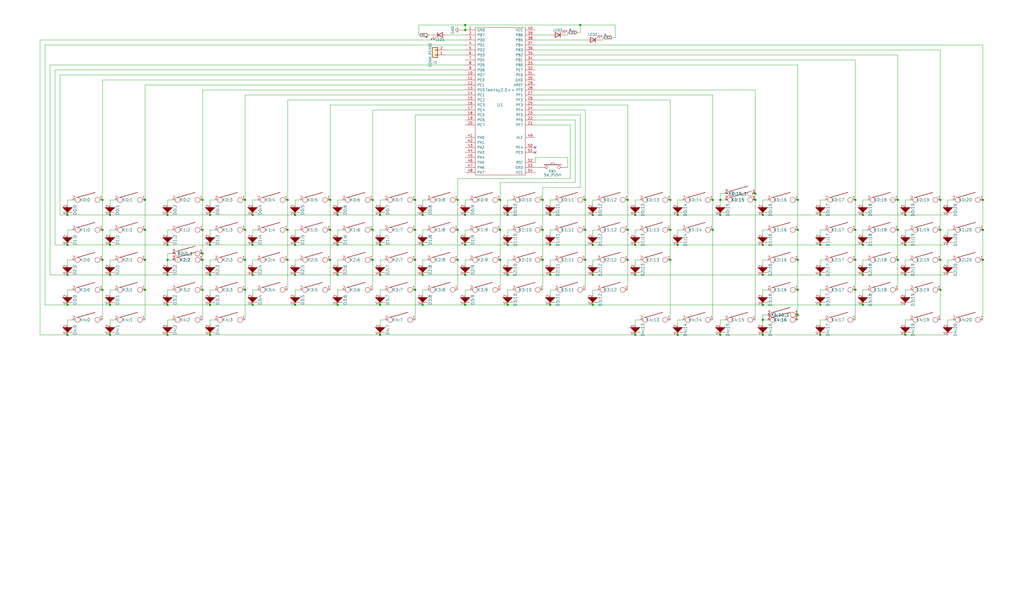
<source format=kicad_sch>
(kicad_sch (version 20211123) (generator eeschema)
  (paper "User" 519.989 299.999)
  (title_block (title "Copam") (rev "1.2"))
  (junction (at 193.04 124.46))
  (junction (at 124.46 132.08))
  (junction (at 146.05 101.6))
  (junction (at 344.17 124.46))
  (junction (at 214.63 154.94))
  (junction (at 214.63 109.22))
  (junction (at 55.88 139.7))
  (junction (at 416.56 170.18))
  (junction (at 416.56 154.94))
  (junction (at 257.81 109.22))
  (junction (at 171.45 154.94))
  (junction (at 214.63 139.7))
  (junction (at 85.09 109.22))
  (junction (at 85.09 124.46))
  (junction (at 322.58 124.46))
  (junction (at 279.4 124.46))
  (junction (at 128.27 154.94))
  (junction (at 365.76 170.18))
  (junction (at 477.52 101.6))
  (junction (at 189.23 132.08))
  (junction (at 434.34 147.32))
  (junction (at 387.35 109.22))
  (junction (at 52.07 132.08))
  (junction (at 434.34 101.6))
  (junction (at 499.11 116.84))
  (junction (at 294.64 12.7))
  (junction (at 102.87 101.6))
  (junction (at 106.68 154.94))
  (junction (at 210.82 116.84))
  (junction (at 361.95 101.6))
  (junction (at 438.15 139.7))
  (junction (at 106.68 124.46))
  (junction (at 318.77 101.6))
  (junction (at 55.88 124.46))
  (junction (at 340.36 101.6))
  (junction (at 297.18 132.08))
  (junction (at 300.99 139.7))
  (junction (at 128.27 109.22))
  (junction (at 257.81 124.46))
  (junction (at 193.04 154.94))
  (junction (at 171.45 124.46))
  (junction (at 171.45 109.22))
  (junction (at 340.36 132.08))
  (junction (at 73.66 116.84))
  (junction (at 477.52 116.84))
  (junction (at 438.15 124.46))
  (junction (at 124.46 147.32))
  (junction (at 459.74 124.46))
  (junction (at 455.93 132.08))
  (junction (at 455.93 116.84))
  (junction (at 318.77 116.84))
  (junction (at 106.68 139.7))
  (junction (at 210.82 147.32))
  (junction (at 214.63 124.46))
  (junction (at 102.87 116.84))
  (junction (at 232.41 116.84))
  (junction (at 236.22 139.7))
  (junction (at 128.27 139.7))
  (junction (at 416.56 124.46))
  (junction (at 193.04 139.7))
  (junction (at 34.29 124.46))
  (junction (at 499.11 132.08))
  (junction (at 383.54 101.6))
  (junction (at 383.54 98.425))
  (junction (at 459.74 139.7))
  (junction (at 499.11 101.6))
  (junction (at 300.99 124.46))
  (junction (at 236.22 109.22))
  (junction (at 434.34 116.84))
  (junction (at 236.22 154.94))
  (junction (at 477.52 147.32))
  (junction (at 85.09 154.94))
  (junction (at 455.93 101.6))
  (junction (at 149.86 154.94))
  (junction (at 438.15 154.94))
  (junction (at 275.59 132.08))
  (junction (at 257.81 154.94))
  (junction (at 297.18 101.6))
  (junction (at 146.05 116.84))
  (junction (at 236.22 15.24))
  (junction (at 387.35 139.7))
  (junction (at 73.66 132.08))
  (junction (at 405.13 116.84))
  (junction (at 106.68 170.18))
  (junction (at 459.74 109.22))
  (junction (at 416.56 109.22))
  (junction (at 361.95 116.84))
  (junction (at 254 132.08))
  (junction (at 34.29 109.22))
  (junction (at 232.41 132.08))
  (junction (at 55.88 109.22))
  (junction (at 85.09 132.08))
  (junction (at 34.29 139.7))
  (junction (at 279.4 109.22))
  (junction (at 275.59 116.84))
  (junction (at 189.23 101.6))
  (junction (at 52.07 147.32))
  (junction (at 52.07 101.6))
  (junction (at 210.82 132.08))
  (junction (at 124.46 116.84))
  (junction (at 189.23 116.84))
  (junction (at 167.64 116.84))
  (junction (at 340.36 116.84))
  (junction (at 73.66 147.32))
  (junction (at 405.13 160.02))
  (junction (at 300.99 154.94))
  (junction (at 344.17 170.18))
  (junction (at 322.58 170.18))
  (junction (at 322.58 109.22))
  (junction (at 106.68 109.22))
  (junction (at 52.07 116.84))
  (junction (at 322.58 139.7))
  (junction (at 34.29 154.94))
  (junction (at 34.29 170.18))
  (junction (at 387.35 170.18))
  (junction (at 102.87 128.905))
  (junction (at 405.13 132.08))
  (junction (at 149.86 139.7))
  (junction (at 459.74 170.18))
  (junction (at 193.04 170.18))
  (junction (at 279.4 154.94))
  (junction (at 318.77 132.08))
  (junction (at 146.05 132.08))
  (junction (at 149.86 124.46))
  (junction (at 434.34 132.08))
  (junction (at 236.22 124.46))
  (junction (at 55.88 154.94))
  (junction (at 171.45 139.7))
  (junction (at 73.66 101.6))
  (junction (at 297.18 116.84))
  (junction (at 344.17 109.22))
  (junction (at 193.04 109.22))
  (junction (at 85.09 170.18))
  (junction (at 438.15 109.22))
  (junction (at 167.64 132.08))
  (junction (at 232.41 101.6))
  (junction (at 167.64 101.6))
  (junction (at 387.35 124.46))
  (junction (at 279.4 139.7))
  (junction (at 387.35 154.94))
  (junction (at 387.35 162.56))
  (junction (at 405.13 147.32))
  (junction (at 102.87 147.32))
  (junction (at 254 116.84))
  (junction (at 236.22 12.7))
  (junction (at 477.52 132.08))
  (junction (at 55.88 170.18))
  (junction (at 85.09 139.7))
  (junction (at 365.76 101.6))
  (junction (at 124.46 101.6))
  (junction (at 254 101.6))
  (junction (at 275.59 101.6))
  (junction (at 365.76 109.22))
  (junction (at 149.86 109.22))
  (junction (at 416.56 139.7))
  (junction (at 210.82 101.6))
  (junction (at 102.87 132.08))
  (junction (at 300.99 109.22))
  (junction (at 257.81 139.7))
  (junction (at 405.13 101.6))
  (junction (at 128.27 124.46))
  (no_connect (at 271.78 74.93))
  (no_connect (at 271.78 77.47))
  (wire (pts (xy 481.33 134.62) (xy 481.33 132.08)))
  (wire (pts (xy 434.34 132.08) (xy 434.34 147.32)))
  (wire (pts (xy 193.04 101.6) (xy 193.04 104.14)))
  (wire (pts (xy 85.09 119.38) (xy 85.09 116.84)))
  (wire (pts (xy 149.86 149.86) (xy 149.86 147.32)))
  (wire (pts (xy 210.82 116.84) (xy 210.82 132.08)))
  (wire (pts (xy 87.63 128.905) (xy 85.09 128.905)))
  (wire (pts (xy 300.99 132.08) (xy 303.53 132.08)))
  (wire (pts (xy 257.81 124.46) (xy 279.4 124.46)))
  (wire (pts (xy 292.1 60.96) (xy 292.1 92.71)))
  (wire (pts (xy 55.88 147.32) (xy 58.42 147.32)))
  (wire (pts (xy 387.35 160.02) (xy 387.35 162.56)))
  (wire (pts (xy 459.74 109.22) (xy 481.33 109.22)))
  (wire (pts (xy 52.07 147.32) (xy 52.07 162.56)))
  (wire (pts (xy 34.29 139.7) (xy 55.88 139.7)))
  (wire (pts (xy 294.64 12.7) (xy 312.42 12.7)))
  (wire (pts (xy 55.88 101.6) (xy 55.88 104.14)))
  (wire (pts (xy 257.81 119.38) (xy 257.81 116.84)))
  (wire (pts (xy 236.22 25.4) (xy 226.06 25.4)))
  (wire (pts (xy 109.22 101.6) (xy 106.68 101.6)))
  (wire (pts (xy 318.77 116.84) (xy 318.77 132.08)))
  (wire (pts (xy 438.15 139.7) (xy 459.74 139.7)))
  (wire (pts (xy 85.09 104.14) (xy 85.09 101.6)))
  (wire (pts (xy 271.78 60.96) (xy 292.1 60.96)))
  (wire (pts (xy 34.29 116.84) (xy 36.83 116.84)))
  (wire (pts (xy 236.22 15.24) (xy 236.22 12.7)))
  (wire (pts (xy 481.33 165.1) (xy 481.33 162.56)))
  (wire (pts (xy 459.74 139.7) (xy 481.33 139.7)))
  (wire (pts (xy 34.29 149.86) (xy 34.29 147.32)))
  (wire (pts (xy 214.63 147.32) (xy 217.17 147.32)))
  (wire (pts (xy 193.04 162.56) (xy 195.58 162.56)))
  (wire (pts (xy 322.58 162.56) (xy 325.12 162.56)))
  (wire (pts (xy 440.69 101.6) (xy 438.15 101.6)))
  (wire (pts (xy 254 116.84) (xy 254 132.08)))
  (wire (pts (xy 361.95 48.26) (xy 271.78 48.26)))
  (wire (pts (xy 288.29 17.78) (xy 287.02 17.78)))
  (wire (pts (xy 193.04 165.1) (xy 193.04 162.56)))
  (wire (pts (xy 312.42 12.7) (xy 312.42 19.05)))
  (wire (pts (xy 85.09 116.84) (xy 87.63 116.84)))
  (wire (pts (xy 236.22 101.6) (xy 236.22 104.14)))
  (wire (pts (xy 387.35 147.32) (xy 389.89 147.32)))
  (wire (pts (xy 297.18 101.6) (xy 297.18 116.84)))
  (wire (pts (xy 459.74 119.38) (xy 459.74 116.84)))
  (wire (pts (xy 124.46 48.26) (xy 124.46 101.6)))
  (wire (pts (xy 106.68 134.62) (xy 106.68 132.08)))
  (wire (pts (xy 52.07 101.6) (xy 52.07 116.84)))
  (wire (pts (xy 214.63 101.6) (xy 214.63 104.14)))
  (wire (pts (xy 483.87 101.6) (xy 481.33 101.6)))
  (wire (pts (xy 416.56 124.46) (xy 438.15 124.46)))
  (wire (pts (xy 365.76 101.6) (xy 365.76 104.14)))
  (wire (pts (xy 365.76 109.22) (xy 387.35 109.22)))
  (wire (pts (xy 300.99 119.38) (xy 300.99 116.84)))
  (wire (pts (xy 146.05 132.08) (xy 146.05 147.32)))
  (wire (pts (xy 459.74 132.08) (xy 462.28 132.08)))
  (wire (pts (xy 106.68 124.46) (xy 128.27 124.46)))
  (wire (pts (xy 152.4 101.6) (xy 149.86 101.6)))
  (wire (pts (xy 452.12 101.6) (xy 455.93 101.6)))
  (wire (pts (xy 102.87 101.6) (xy 102.87 116.84)))
  (wire (pts (xy 438.15 119.38) (xy 438.15 116.84)))
  (wire (pts (xy 236.22 149.86) (xy 236.22 147.32)))
  (wire (pts (xy 322.58 165.1) (xy 322.58 162.56)))
  (wire (pts (xy 279.4 139.7) (xy 300.99 139.7)))
  (wire (pts (xy 106.68 162.56) (xy 109.22 162.56)))
  (wire (pts (xy 85.09 149.86) (xy 85.09 147.32)))
  (wire (pts (xy 34.29 104.14) (xy 34.29 101.6)))
  (wire (pts (xy 55.88 170.18) (xy 85.09 170.18)))
  (wire (pts (xy 55.88 116.84) (xy 58.42 116.84)))
  (wire (pts (xy 226.06 27.94) (xy 236.22 27.94)))
  (wire (pts (xy 325.12 101.6) (xy 322.58 101.6)))
  (wire (pts (xy 312.42 19.05) (xy 311.15 19.05)))
  (wire (pts (xy 193.04 134.62) (xy 193.04 132.08)))
  (wire (pts (xy 459.74 170.18) (xy 481.33 170.18)))
  (wire (pts (xy 106.68 170.18) (xy 193.04 170.18)))
  (wire (pts (xy 106.68 109.22) (xy 128.27 109.22)))
  (wire (pts (xy 368.3 98.425) (xy 365.76 98.425)))
  (wire (pts (xy 27.94 124.46) (xy 27.94 35.56)))
  (wire (pts (xy 214.63 109.22) (xy 236.22 109.22)))
  (wire (pts (xy 405.13 101.6) (xy 405.13 116.84)))
  (wire (pts (xy 459.74 124.46) (xy 481.33 124.46)))
  (wire (pts (xy 279.4 101.6) (xy 279.4 104.14)))
  (wire (pts (xy 340.36 116.84) (xy 340.36 132.08)))
  (wire (pts (xy 499.11 101.6) (xy 499.11 116.84)))
  (wire (pts (xy 387.35 116.84) (xy 389.89 116.84)))
  (wire (pts (xy 318.77 132.08) (xy 318.77 147.32)))
  (wire (pts (xy 257.81 139.7) (xy 279.4 139.7)))
  (wire (pts (xy 238.76 101.6) (xy 236.22 101.6)))
  (wire (pts (xy 481.33 101.6) (xy 481.33 104.14)))
  (wire (pts (xy 438.15 132.08) (xy 440.69 132.08)))
  (wire (pts (xy 85.09 170.18) (xy 106.68 170.18)))
  (wire (pts (xy 416.56 149.86) (xy 416.56 147.32)))
  (wire (pts (xy 193.04 149.86) (xy 193.04 147.32)))
  (wire (pts (xy 171.45 124.46) (xy 193.04 124.46)))
  (wire (pts (xy 149.86 154.94) (xy 171.45 154.94)))
  (wire (pts (xy 106.68 154.94) (xy 128.27 154.94)))
  (wire (pts (xy 128.27 139.7) (xy 149.86 139.7)))
  (wire (pts (xy 171.45 116.84) (xy 173.99 116.84)))
  (wire (pts (xy 34.29 147.32) (xy 36.83 147.32)))
  (wire (pts (xy 22.86 154.94) (xy 34.29 154.94)))
  (wire (pts (xy 297.18 55.88) (xy 297.18 101.6)))
  (wire (pts (xy 22.86 22.86) (xy 22.86 154.94)))
  (wire (pts (xy 193.04 139.7) (xy 214.63 139.7)))
  (wire (pts (xy 297.18 132.08) (xy 297.18 147.32)))
  (wire (pts (xy 438.15 134.62) (xy 438.15 132.08)))
  (wire (pts (xy 232.41 132.08) (xy 232.41 147.32)))
  (wire (pts (xy 279.4 149.86) (xy 279.4 147.32)))
  (wire (pts (xy 193.04 132.08) (xy 195.58 132.08)))
  (wire (pts (xy 210.82 132.08) (xy 210.82 147.32)))
  (wire (pts (xy 383.54 101.6) (xy 383.54 162.56)))
  (wire (pts (xy 167.64 116.84) (xy 167.64 132.08)))
  (wire (pts (xy 34.29 170.18) (xy 55.88 170.18)))
  (wire (pts (xy 236.22 20.32) (xy 20.32 20.32)))
  (wire (pts (xy 106.68 147.32) (xy 109.22 147.32)))
  (wire (pts (xy 297.18 20.32) (xy 271.78 20.32)))
  (wire (pts (xy 322.58 116.84) (xy 325.12 116.84)))
  (wire (pts (xy 387.35 139.7) (xy 416.56 139.7)))
  (wire (pts (xy 279.4 134.62) (xy 279.4 132.08)))
  (wire (pts (xy 195.58 101.6) (xy 193.04 101.6)))
  (wire (pts (xy 34.29 132.08) (xy 36.83 132.08)))
  (wire (pts (xy 405.13 132.08) (xy 405.13 147.32)))
  (wire (pts (xy 106.68 165.1) (xy 106.68 162.56)))
  (wire (pts (xy 481.33 119.38) (xy 481.33 116.84)))
  (wire (pts (xy 477.52 132.08) (xy 477.52 147.32)))
  (wire (pts (xy 416.56 147.32) (xy 419.1 147.32)))
  (wire (pts (xy 322.58 124.46) (xy 344.17 124.46)))
  (wire (pts (xy 387.35 101.6) (xy 387.35 104.14)))
  (wire (pts (xy 322.58 134.62) (xy 322.58 132.08)))
  (wire (pts (xy 128.27 109.22) (xy 149.86 109.22)))
  (wire (pts (xy 279.4 154.94) (xy 300.99 154.94)))
  (wire (pts (xy 288.29 80.01) (xy 288.29 85.09)))
  (wire (pts (xy 85.09 154.94) (xy 106.68 154.94)))
  (wire (pts (xy 149.86 134.62) (xy 149.86 132.08)))
  (wire (pts (xy 499.11 22.86) (xy 499.11 101.6)))
  (wire (pts (xy 383.54 98.425) (xy 383.54 101.6)))
  (wire (pts (xy 434.34 147.32) (xy 434.34 162.56)))
  (wire (pts (xy 193.04 119.38) (xy 193.04 116.84)))
  (wire (pts (xy 405.13 33.02) (xy 405.13 101.6)))
  (wire (pts (xy 306.07 20.32) (xy 304.8 20.32)))
  (wire (pts (xy 462.28 101.6) (xy 459.74 101.6)))
  (wire (pts (xy 271.78 22.86) (xy 499.11 22.86)))
  (wire (pts (xy 455.93 101.6) (xy 455.93 116.84)))
  (wire (pts (xy 275.59 95.25) (xy 294.64 95.25)))
  (wire (pts (xy 55.88 139.7) (xy 85.09 139.7)))
  (wire (pts (xy 102.87 132.08) (xy 102.87 147.32)))
  (wire (pts (xy 405.13 116.84) (xy 405.13 132.08)))
  (wire (pts (xy 416.56 104.14) (xy 416.56 101.6)))
  (wire (pts (xy 438.15 154.94) (xy 459.74 154.94)))
  (wire (pts (xy 212.725 12.7) (xy 236.22 12.7)))
  (wire (pts (xy 387.35 124.46) (xy 416.56 124.46)))
  (wire (pts (xy 232.41 90.805) (xy 289.56 90.805)))
  (wire (pts (xy 149.86 139.7) (xy 171.45 139.7)))
  (wire (pts (xy 34.29 165.1) (xy 34.29 162.56)))
  (wire (pts (xy 85.09 101.6) (xy 87.63 101.6)))
  (wire (pts (xy 52.07 132.08) (xy 52.07 147.32)))
  (wire (pts (xy 55.88 109.22) (xy 85.09 109.22)))
  (wire (pts (xy 438.15 149.86) (xy 438.15 147.32)))
  (wire (pts (xy 344.17 101.6) (xy 344.17 104.14)))
  (wire (pts (xy 279.4 109.22) (xy 300.99 109.22)))
  (wire (pts (xy 167.64 53.34) (xy 236.22 53.34)))
  (wire (pts (xy 455.93 116.84) (xy 455.93 132.08)))
  (wire (pts (xy 257.81 147.32) (xy 260.35 147.32)))
  (wire (pts (xy 189.23 132.08) (xy 189.23 147.32)))
  (wire (pts (xy 297.18 116.84) (xy 297.18 132.08)))
  (wire (pts (xy 193.04 109.22) (xy 214.63 109.22)))
  (wire (pts (xy 25.4 33.02) (xy 236.22 33.02)))
  (wire (pts (xy 271.78 30.48) (xy 434.34 30.48)))
  (wire (pts (xy 85.09 124.46) (xy 106.68 124.46)))
  (wire (pts (xy 128.27 154.94) (xy 149.86 154.94)))
  (wire (pts (xy 85.09 109.22) (xy 106.68 109.22)))
  (wire (pts (xy 346.71 101.6) (xy 344.17 101.6)))
  (wire (pts (xy 167.64 101.6) (xy 167.64 116.84)))
  (wire (pts (xy 365.76 170.18) (xy 387.35 170.18)))
  (wire (pts (xy 214.63 139.7) (xy 236.22 139.7)))
  (wire (pts (xy 416.56 101.6) (xy 419.1 101.6)))
  (wire (pts (xy 361.95 116.84) (xy 361.95 162.56)))
  (wire (pts (xy 236.22 22.86) (xy 22.86 22.86)))
  (wire (pts (xy 149.86 116.84) (xy 152.4 116.84)))
  (wire (pts (xy 275.59 116.84) (xy 275.59 132.08)))
  (wire (pts (xy 232.41 116.84) (xy 232.41 132.08)))
  (wire (pts (xy 257.81 132.08) (xy 260.35 132.08)))
  (wire (pts (xy 322.58 170.18) (xy 344.17 170.18)))
  (wire (pts (xy 55.88 149.86) (xy 55.88 147.32)))
  (wire (pts (xy 233.68 15.24) (xy 236.22 15.24)))
  (wire (pts (xy 340.36 101.6) (xy 340.36 116.84)))
  (wire (pts (xy 85.09 128.905) (xy 85.09 132.08)))
  (wire (pts (xy 318.77 53.34) (xy 271.78 53.34)))
  (wire (pts (xy 365.76 162.56) (xy 368.3 162.56)))
  (wire (pts (xy 383.54 45.72) (xy 383.54 98.425)))
  (wire (pts (xy 232.41 101.6) (xy 232.41 116.84)))
  (wire (pts (xy 257.81 116.84) (xy 260.35 116.84)))
  (wire (pts (xy 102.87 147.32) (xy 102.87 162.56)))
  (wire (pts (xy 52.07 40.64) (xy 52.07 101.6)))
  (wire (pts (xy 25.4 139.7) (xy 25.4 33.02)))
  (wire (pts (xy 318.77 101.6) (xy 318.77 116.84)))
  (wire (pts (xy 416.56 109.22) (xy 438.15 109.22)))
  (wire (pts (xy 416.56 170.18) (xy 459.74 170.18)))
  (wire (pts (xy 149.86 119.38) (xy 149.86 116.84)))
  (wire (pts (xy 55.88 165.1) (xy 55.88 162.56)))
  (wire (pts (xy 55.88 132.08) (xy 58.42 132.08)))
  (wire (pts (xy 294.64 12.7) (xy 294.64 16.51)))
  (wire (pts (xy 214.63 124.46) (xy 236.22 124.46)))
  (wire (pts (xy 128.27 124.46) (xy 149.86 124.46)))
  (wire (pts (xy 25.4 139.7) (xy 34.29 139.7)))
  (wire (pts (xy 434.34 30.48) (xy 434.34 101.6)))
  (wire (pts (xy 344.17 124.46) (xy 387.35 124.46)))
  (wire (pts (xy 30.48 109.22) (xy 30.48 38.1)))
  (wire (pts (xy 459.74 147.32) (xy 462.28 147.32)))
  (wire (pts (xy 55.88 119.38) (xy 55.88 116.84)))
  (wire (pts (xy 214.63 116.84) (xy 217.17 116.84)))
  (wire (pts (xy 85.09 132.08) (xy 85.09 134.62)))
  (wire (pts (xy 106.68 132.08) (xy 109.22 132.08)))
  (wire (pts (xy 149.86 132.08) (xy 152.4 132.08)))
  (wire (pts (xy 271.78 82.55) (xy 271.78 80.01)))
  (wire (pts (xy 30.48 38.1) (xy 236.22 38.1)))
  (wire (pts (xy 322.58 109.22) (xy 344.17 109.22)))
  (wire (pts (xy 300.99 134.62) (xy 300.99 132.08)))
  (wire (pts (xy 434.34 101.6) (xy 434.34 116.84)))
  (wire (pts (xy 416.56 132.08) (xy 419.1 132.08)))
  (wire (pts (xy 236.22 134.62) (xy 236.22 132.08)))
  (wire (pts (xy 365.76 165.1) (xy 365.76 162.56)))
  (wire (pts (xy 210.82 101.6) (xy 210.82 116.84)))
  (wire (pts (xy 171.45 149.86) (xy 171.45 147.32)))
  (wire (pts (xy 106.68 139.7) (xy 128.27 139.7)))
  (wire (pts (xy 361.95 48.26) (xy 361.95 101.6)))
  (wire (pts (xy 102.87 45.72) (xy 236.22 45.72)))
  (wire (pts (xy 300.99 149.86) (xy 300.99 147.32)))
  (wire (pts (xy 55.88 162.56) (xy 58.42 162.56)))
  (wire (pts (xy 340.36 50.8) (xy 271.78 50.8)))
  (wire (pts (xy 300.99 101.6) (xy 300.99 104.14)))
  (wire (pts (xy 85.09 147.32) (xy 87.63 147.32)))
  (wire (pts (xy 149.86 109.22) (xy 171.45 109.22)))
  (wire (pts (xy 387.35 149.86) (xy 387.35 147.32)))
  (wire (pts (xy 387.35 162.56) (xy 387.35 165.1)))
  (wire (pts (xy 318.77 53.34) (xy 318.77 101.6)))
  (wire (pts (xy 459.74 101.6) (xy 459.74 104.14)))
  (wire (pts (xy 365.76 98.425) (xy 365.76 101.6)))
  (wire (pts (xy 171.45 101.6) (xy 171.45 104.14)))
  (wire (pts (xy 344.17 119.38) (xy 344.17 116.84)))
  (wire (pts (xy 383.54 45.72) (xy 271.78 45.72)))
  (wire (pts (xy 416.56 116.84) (xy 419.1 116.84)))
  (wire (pts (xy 189.23 101.6) (xy 189.23 116.84)))
  (wire (pts (xy 260.35 101.6) (xy 257.81 101.6)))
  (wire (pts (xy 236.22 139.7) (xy 257.81 139.7)))
  (wire (pts (xy 459.74 134.62) (xy 459.74 132.08)))
  (wire (pts (xy 477.52 116.84) (xy 477.52 132.08)))
  (wire (pts (xy 477.52 147.32) (xy 477.52 162.56)))
  (wire (pts (xy 459.74 149.86) (xy 459.74 147.32)))
  (wire (pts (xy 189.23 116.84) (xy 189.23 132.08)))
  (wire (pts (xy 438.15 101.6) (xy 438.15 104.14)))
  (wire (pts (xy 459.74 162.56) (xy 462.28 162.56)))
  (wire (pts (xy 405.13 160.02) (xy 405.13 162.56)))
  (wire (pts (xy 416.56 139.7) (xy 438.15 139.7)))
  (wire (pts (xy 322.58 132.08) (xy 325.12 132.08)))
  (wire (pts (xy 85.09 165.1) (xy 85.09 162.56)))
  (wire (pts (xy 34.29 101.6) (xy 36.83 101.6)))
  (wire (pts (xy 236.22 154.94) (xy 257.81 154.94)))
  (wire (pts (xy 214.63 119.38) (xy 214.63 116.84)))
  (wire (pts (xy 171.45 139.7) (xy 193.04 139.7)))
  (wire (pts (xy 438.15 147.32) (xy 440.69 147.32)))
  (wire (pts (xy 289.56 90.805) (xy 289.56 63.5)))
  (wire (pts (xy 130.81 101.6) (xy 128.27 101.6)))
  (wire (pts (xy 271.78 33.02) (xy 405.13 33.02)))
  (wire (pts (xy 279.4 17.78) (xy 271.78 17.78)))
  (wire (pts (xy 416.56 162.56) (xy 419.1 162.56)))
  (wire (pts (xy 34.29 109.22) (xy 55.88 109.22)))
  (wire (pts (xy 20.32 20.32) (xy 20.32 170.18)))
  (wire (pts (xy 438.15 124.46) (xy 459.74 124.46)))
  (wire (pts (xy 416.56 134.62) (xy 416.56 132.08)))
  (wire (pts (xy 124.46 101.6) (xy 124.46 116.84)))
  (wire (pts (xy 171.45 154.94) (xy 193.04 154.94)))
  (wire (pts (xy 27.94 124.46) (xy 34.29 124.46)))
  (wire (pts (xy 340.36 132.08) (xy 340.36 162.56)))
  (wire (pts (xy 300.99 109.22) (xy 322.58 109.22)))
  (wire (pts (xy 217.17 101.6) (xy 214.63 101.6)))
  (wire (pts (xy 300.99 154.94) (xy 387.35 154.94)))
  (wire (pts (xy 58.42 101.6) (xy 55.88 101.6)))
  (wire (pts (xy 254 92.71) (xy 254 101.6)))
  (wire (pts (xy 236.22 116.84) (xy 238.76 116.84)))
  (wire (pts (xy 193.04 124.46) (xy 214.63 124.46)))
  (wire (pts (xy 128.27 134.62) (xy 128.27 132.08)))
  (wire (pts (xy 477.52 25.4) (xy 477.52 101.6)))
  (wire (pts (xy 368.3 101.6) (xy 365.76 101.6)))
  (wire (pts (xy 128.27 119.38) (xy 128.27 116.84)))
  (wire (pts (xy 387.35 170.18) (xy 416.56 170.18)))
  (wire (pts (xy 55.88 154.94) (xy 85.09 154.94)))
  (wire (pts (xy 434.34 116.84) (xy 434.34 132.08)))
  (wire (pts (xy 416.56 119.38) (xy 416.56 116.84)))
  (wire (pts (xy 322.58 139.7) (xy 387.35 139.7)))
  (wire (pts (xy 52.07 116.84) (xy 52.07 132.08)))
  (wire (pts (xy 340.36 50.8) (xy 340.36 101.6)))
  (wire (pts (xy 55.88 134.62) (xy 55.88 132.08)))
  (wire (pts (xy 300.99 147.32) (xy 303.53 147.32)))
  (wire (pts (xy 128.27 147.32) (xy 130.81 147.32)))
  (wire (pts (xy 106.68 101.6) (xy 106.68 104.14)))
  (wire (pts (xy 146.05 50.8) (xy 236.22 50.8)))
  (wire (pts (xy 344.17 165.1) (xy 344.17 162.56)))
  (wire (pts (xy 124.46 132.08) (xy 124.46 147.32)))
  (wire (pts (xy 102.87 128.905) (xy 102.87 132.08)))
  (wire (pts (xy 236.22 132.08) (xy 238.76 132.08)))
  (wire (pts (xy 288.29 17.78) (xy 288.29 16.51)))
  (wire (pts (xy 167.64 53.34) (xy 167.64 101.6)))
  (wire (pts (xy 232.41 90.805) (xy 232.41 101.6)))
  (wire (pts (xy 146.05 101.6) (xy 146.05 116.84)))
  (wire (pts (xy 30.48 109.22) (xy 34.29 109.22)))
  (wire (pts (xy 128.27 101.6) (xy 128.27 104.14)))
  (wire (pts (xy 52.07 40.64) (xy 236.22 40.64)))
  (wire (pts (xy 257.81 109.22) (xy 279.4 109.22)))
  (wire (pts (xy 20.32 170.18) (xy 34.29 170.18)))
  (wire (pts (xy 73.66 101.6) (xy 73.66 116.84)))
  (wire (pts (xy 279.4 147.32) (xy 281.94 147.32)))
  (wire (pts (xy 171.45 132.08) (xy 173.99 132.08)))
  (wire (pts (xy 124.46 116.84) (xy 124.46 132.08)))
  (wire (pts (xy 214.63 154.94) (xy 236.22 154.94)))
  (wire (pts (xy 289.56 63.5) (xy 271.78 63.5)))
  (wire (pts (xy 344.17 170.18) (xy 365.76 170.18)))
  (wire (pts (xy 106.68 119.38) (xy 106.68 116.84)))
  (wire (pts (xy 193.04 147.32) (xy 195.58 147.32)))
  (wire (pts (xy 455.93 132.08) (xy 455.93 147.32)))
  (wire (pts (xy 124.46 48.26) (xy 236.22 48.26)))
  (wire (pts (xy 146.05 116.84) (xy 146.05 132.08)))
  (wire (pts (xy 171.45 119.38) (xy 171.45 116.84)))
  (wire (pts (xy 438.15 116.84) (xy 440.69 116.84)))
  (wire (pts (xy 344.17 116.84) (xy 346.71 116.84)))
  (wire (pts (xy 210.82 147.32) (xy 210.82 162.56)))
  (wire (pts (xy 279.4 119.38) (xy 279.4 116.84)))
  (wire (pts (xy 73.66 132.08) (xy 73.66 147.32)))
  (wire (pts (xy 189.23 55.88) (xy 189.23 101.6)))
  (wire (pts (xy 387.35 132.08) (xy 389.89 132.08)))
  (wire (pts (xy 281.94 101.6) (xy 279.4 101.6)))
  (wire (pts (xy 254 101.6) (xy 254 116.84)))
  (wire (pts (xy 303.53 101.6) (xy 300.99 101.6)))
  (wire (pts (xy 85.09 162.56) (xy 87.63 162.56)))
  (wire (pts (xy 300.99 139.7) (xy 322.58 139.7)))
  (wire (pts (xy 481.33 162.56) (xy 483.87 162.56)))
  (wire (pts (xy 171.45 109.22) (xy 193.04 109.22)))
  (wire (pts (xy 102.87 116.84) (xy 102.87 128.905)))
  (wire (pts (xy 193.04 170.18) (xy 322.58 170.18)))
  (wire (pts (xy 455.93 27.94) (xy 455.93 101.6)))
  (wire (pts (xy 214.63 134.62) (xy 214.63 132.08)))
  (wire (pts (xy 387.35 162.56) (xy 389.89 162.56)))
  (wire (pts (xy 27.94 35.56) (xy 236.22 35.56)))
  (wire (pts (xy 300.99 116.84) (xy 303.53 116.84)))
  (wire (pts (xy 387.35 154.94) (xy 416.56 154.94)))
  (wire (pts (xy 481.33 132.08) (xy 483.87 132.08)))
  (wire (pts (xy 102.87 45.72) (xy 102.87 101.6)))
  (wire (pts (xy 85.09 139.7) (xy 106.68 139.7)))
  (wire (pts (xy 193.04 116.84) (xy 195.58 116.84)))
  (wire (pts (xy 275.59 101.6) (xy 275.59 116.84)))
  (wire (pts (xy 236.22 119.38) (xy 236.22 116.84)))
  (wire (pts (xy 214.63 132.08) (xy 217.17 132.08)))
  (wire (pts (xy 279.4 132.08) (xy 281.94 132.08)))
  (wire (pts (xy 193.04 154.94) (xy 214.63 154.94)))
  (wire (pts (xy 387.35 134.62) (xy 387.35 132.08)))
  (wire (pts (xy 271.78 27.94) (xy 455.93 27.94)))
  (wire (pts (xy 254 132.08) (xy 254 147.32)))
  (wire (pts (xy 34.29 124.46) (xy 55.88 124.46)))
  (wire (pts (xy 236.22 109.22) (xy 257.81 109.22)))
  (wire (pts (xy 297.18 55.88) (xy 271.78 55.88)))
  (wire (pts (xy 499.11 132.08) (xy 499.11 162.56)))
  (wire (pts (xy 279.4 116.84) (xy 281.94 116.84)))
  (wire (pts (xy 214.63 149.86) (xy 214.63 147.32)))
  (wire (pts (xy 271.78 85.09) (xy 273.05 85.09)))
  (wire (pts (xy 322.58 119.38) (xy 322.58 116.84)))
  (wire (pts (xy 73.66 43.18) (xy 236.22 43.18)))
  (wire (pts (xy 306.07 20.32) (xy 306.07 19.05)))
  (wire (pts (xy 173.99 101.6) (xy 171.45 101.6)))
  (wire (pts (xy 459.74 165.1) (xy 459.74 162.56)))
  (wire (pts (xy 106.68 149.86) (xy 106.68 147.32)))
  (wire (pts (xy 124.46 147.32) (xy 124.46 162.56)))
  (wire (pts (xy 85.09 132.08) (xy 87.63 132.08)))
  (wire (pts (xy 257.81 154.94) (xy 279.4 154.94)))
  (wire (pts (xy 481.33 116.84) (xy 483.87 116.84)))
  (wire (pts (xy 34.29 134.62) (xy 34.29 132.08)))
  (wire (pts (xy 128.27 132.08) (xy 130.81 132.08)))
  (wire (pts (xy 257.81 149.86) (xy 257.81 147.32)))
  (wire (pts (xy 275.59 132.08) (xy 275.59 147.32)))
  (wire (pts (xy 322.58 101.6) (xy 322.58 104.14)))
  (wire (pts (xy 279.4 124.46) (xy 300.99 124.46)))
  (wire (pts (xy 34.29 154.94) (xy 55.88 154.94)))
  (wire (pts (xy 459.74 116.84) (xy 462.28 116.84)))
  (wire (pts (xy 257.81 134.62) (xy 257.81 132.08)))
  (wire (pts (xy 171.45 134.62) (xy 171.45 132.08)))
  (wire (pts (xy 149.86 101.6) (xy 149.86 104.14)))
  (wire (pts (xy 149.86 147.32) (xy 152.4 147.32)))
  (wire (pts (xy 438.15 109.22) (xy 459.74 109.22)))
  (wire (pts (xy 128.27 116.84) (xy 130.81 116.84)))
  (wire (pts (xy 387.35 109.22) (xy 416.56 109.22)))
  (wire (pts (xy 128.27 149.86) (xy 128.27 147.32)))
  (wire (pts (xy 236.22 124.46) (xy 257.81 124.46)))
  (wire (pts (xy 477.52 101.6) (xy 477.52 116.84)))
  (wire (pts (xy 300.99 124.46) (xy 322.58 124.46)))
  (wire (pts (xy 73.66 147.32) (xy 73.66 162.56)))
  (wire (pts (xy 416.56 165.1) (xy 416.56 162.56)))
  (wire (pts (xy 171.45 147.32) (xy 173.99 147.32)))
  (wire (pts (xy 499.11 116.84) (xy 499.11 132.08)))
  (wire (pts (xy 271.78 80.01) (xy 288.29 80.01)))
  (wire (pts (xy 34.29 162.56) (xy 36.83 162.56)))
  (wire (pts (xy 275.59 95.25) (xy 275.59 101.6)))
  (wire (pts (xy 361.95 101.6) (xy 361.95 116.84)))
  (wire (pts (xy 294.64 58.42) (xy 271.78 58.42)))
  (wire (pts (xy 212.725 12.7) (xy 212.725 17.78)))
  (wire (pts (xy 55.88 124.46) (xy 85.09 124.46)))
  (wire (pts (xy 271.78 25.4) (xy 477.52 25.4)))
  (wire (pts (xy 389.89 101.6) (xy 387.35 101.6)))
  (wire (pts (xy 167.64 132.08) (xy 167.64 147.32)))
  (wire (pts (xy 257.81 101.6) (xy 257.81 104.14)))
  (wire (pts (xy 294.64 16.51) (xy 293.37 16.51)))
  (wire (pts (xy 389.89 160.02) (xy 387.35 160.02)))
  (wire (pts (xy 189.23 55.88) (xy 236.22 55.88)))
  (wire (pts (xy 73.66 43.18) (xy 73.66 101.6)))
  (wire (pts (xy 106.68 116.84) (xy 109.22 116.84)))
  (wire (pts (xy 236.22 17.78) (xy 227.33 17.78)))
  (wire (pts (xy 210.82 58.42) (xy 236.22 58.42)))
  (wire (pts (xy 146.05 50.8) (xy 146.05 101.6)))
  (wire (pts (xy 294.64 95.25) (xy 294.64 58.42)))
  (wire (pts (xy 217.805 17.78) (xy 219.71 17.78)))
  (wire (pts (xy 344.17 109.22) (xy 365.76 109.22)))
  (wire (pts (xy 387.35 119.38) (xy 387.35 116.84)))
  (wire (pts (xy 73.66 116.84) (xy 73.66 132.08)))
  (wire (pts (xy 236.22 12.7) (xy 294.64 12.7)))
  (wire (pts (xy 210.82 58.42) (xy 210.82 101.6)))
  (wire (pts (xy 405.13 147.32) (xy 405.13 160.02)))
  (wire (pts (xy 344.17 162.56) (xy 346.71 162.56)))
  (wire (pts (xy 149.86 124.46) (xy 171.45 124.46)))
  (wire (pts (xy 34.29 119.38) (xy 34.29 116.84)))
  (wire (pts (xy 236.22 147.32) (xy 238.76 147.32)))
  (wire (pts (xy 292.1 92.71) (xy 254 92.71)))
  (wire (pts (xy 416.56 154.94) (xy 438.15 154.94)))
  (symbol (lib_id "keyboard_parts:KEYSW") (at 44.45 101.6 0) (unit 1)
    (property "Reference" "K0:0" (at 43.18 101.6 0) (effects (font (size 1.524 1.524))))
    (property "Value" "KEYSW" (effects hide))
    (property "Footprint" "Keyboard_Footprints:Alps_Hotswap" (effects hide))
  )
  (symbol (lib_id "keyboard_parts:KEYSW") (at 66.04 101.6 0) (unit 1)
    (property "Reference" "K0:1" (at 64.77 101.6 0) (effects (font (size 1.524 1.524))))
    (property "Value" "KEYSW" (effects hide))
    (property "Footprint" "Keyboard_Footprints:Alps_Hotswap" (effects hide))
  )
  (symbol (lib_id "keyboard_parts:KEYSW") (at 44.45 116.84 0) (unit 1)
    (property "Reference" "K1:0" (at 43.18 116.84 0) (effects (font (size 1.524 1.524))))
    (property "Value" "KEYSW" (effects hide))
    (property "Footprint" "Keyboard_Footprints:Alps_Hotswap" (effects hide))
  )
  (symbol (lib_id "keyboard_parts:KEYSW") (at 66.04 116.84 0) (unit 1)
    (property "Reference" "K1:1" (at 64.77 116.84 0) (effects (font (size 1.524 1.524))))
    (property "Value" "KEYSW" (effects hide))
    (property "Footprint" "Keyboard_Footprints:Alps_Hotswap" (effects hide))
  )
  (symbol (lib_id "keyboard_parts:KEYSW") (at 44.45 132.08 0) (unit 1)
    (property "Reference" "K2:0" (at 43.18 132.08 0) (effects (font (size 1.524 1.524))))
    (property "Value" "KEYSW" (effects hide))
    (property "Footprint" "Keyboard_Footprints:Alps_Hotswap" (effects hide))
  )
  (symbol (lib_id "keyboard_parts:KEYSW") (at 66.04 132.08 0) (unit 1)
    (property "Reference" "K2:1" (at 64.77 132.08 0) (effects (font (size 1.524 1.524))))
    (property "Value" "KEYSW" (effects hide))
    (property "Footprint" "Keyboard_Footprints:Alps_Hotswap" (effects hide))
  )
  (symbol (lib_id "keyboard_parts:KEYSW") (at 44.45 147.32 0) (unit 1)
    (property "Reference" "K3:0" (at 43.18 147.32 0) (effects (font (size 1.524 1.524))))
    (property "Value" "KEYSW" (effects hide))
    (property "Footprint" "Keyboard_Footprints:Alps_Hotswap" (effects hide))
  )
  (symbol (lib_id "keyboard_parts:KEYSW") (at 66.04 147.32 0) (unit 1)
    (property "Reference" "K3:1" (at 64.77 147.32 0) (effects (font (size 1.524 1.524))))
    (property "Value" "KEYSW" (effects hide))
    (property "Footprint" "Keyboard_Footprints:Alps_Hotswap" (effects hide))
  )
  (symbol (lib_id "keyboard_parts:KEYSW") (at 44.45 162.56 0) (unit 1)
    (property "Reference" "K4:0" (at 43.18 162.56 0) (effects (font (size 1.524 1.524))))
    (property "Value" "KEYSW" (effects hide))
    (property "Footprint" "Keyboard_Footprints:Alps_Hotswap" (effects hide))
  )
  (symbol (lib_id "keyboard_parts:KEYSW") (at 66.04 162.56 0) (unit 1)
    (property "Reference" "K4:1" (at 64.77 162.56 0) (effects (font (size 1.524 1.524))))
    (property "Value" "KEYSW" (effects hide))
    (property "Footprint" "Keyboard_Footprints:Alps_Hotswap" (effects hide))
  )
  (symbol (lib_id "keyboard_parts:D") (at 34.29 107.95 180) (unit 1)
    (property "Reference" "D0:0" (at 38.1 106.68 90) (effects (font (size 1.524 1.524))))
    (property "Value" "D" (effects hide))
    (property "Footprint" "Diode_SMD:D_SOD-123" (effects hide))
  )
  (symbol (lib_id "keyboard_parts:D") (at 55.88 107.95 180) (unit 1)
    (property "Reference" "D0:1" (at 59.69 106.68 90) (effects (font (size 1.524 1.524))))
    (property "Value" "D" (effects hide))
    (property "Footprint" "Diode_SMD:D_SOD-123" (effects hide))
  )
  (symbol (lib_id "keyboard_parts:D") (at 34.29 123.19 180) (unit 1)
    (property "Reference" "D1:0" (at 38.1 121.92 90) (effects (font (size 1.524 1.524))))
    (property "Value" "D" (effects hide))
    (property "Footprint" "Diode_SMD:D_SOD-123" (effects hide))
  )
  (symbol (lib_id "keyboard_parts:D") (at 55.88 123.19 180) (unit 1)
    (property "Reference" "D1:1" (at 59.69 121.92 90) (effects (font (size 1.524 1.524))))
    (property "Value" "D" (effects hide))
    (property "Footprint" "Diode_SMD:D_SOD-123" (effects hide))
  )
  (symbol (lib_id "keyboard_parts:D") (at 34.29 138.43 180) (unit 1)
    (property "Reference" "D2:0" (at 38.1 137.16 90) (effects (font (size 1.524 1.524))))
    (property "Value" "D" (effects hide))
    (property "Footprint" "Diode_SMD:D_SOD-123" (effects hide))
  )
  (symbol (lib_id "keyboard_parts:D") (at 55.88 138.43 180) (unit 1)
    (property "Reference" "D2:1" (at 59.69 137.16 90) (effects (font (size 1.524 1.524))))
    (property "Value" "D" (effects hide))
    (property "Footprint" "Diode_SMD:D_SOD-123" (effects hide))
  )
  (symbol (lib_id "keyboard_parts:D") (at 34.29 153.67 180) (unit 1)
    (property "Reference" "D3:0" (at 38.1 152.4 90) (effects (font (size 1.524 1.524))))
    (property "Value" "D" (effects hide))
    (property "Footprint" "Diode_SMD:D_SOD-123" (effects hide))
  )
  (symbol (lib_id "keyboard_parts:D") (at 55.88 153.67 180) (unit 1)
    (property "Reference" "D3:1" (at 59.69 152.4 90) (effects (font (size 1.524 1.524))))
    (property "Value" "D" (effects hide))
    (property "Footprint" "Diode_SMD:D_SOD-123" (effects hide))
  )
  (symbol (lib_id "keyboard_parts:D") (at 55.88 168.91 180) (unit 1)
    (property "Reference" "D4:1" (at 59.69 167.64 90) (effects (font (size 1.524 1.524))))
    (property "Value" "D" (effects hide))
    (property "Footprint" "Diode_SMD:D_SOD-123" (effects hide))
  )
  (symbol (lib_id "keyboard_parts:D") (at 34.29 168.91 180) (unit 1)
    (property "Reference" "D4:0" (at 38.1 167.64 90) (effects (font (size 1.524 1.524))))
    (property "Value" "D" (effects hide))
    (property "Footprint" "Diode_SMD:D_SOD-123" (effects hide))
  )
  (symbol (lib_id "keyboard_parts:KEYSW") (at 95.25 101.6 0) (unit 1)
    (property "Reference" "K0:2" (at 93.98 101.6 0) (effects (font (size 1.524 1.524))))
    (property "Value" "KEYSW" (effects hide))
    (property "Footprint" "Keyboard_Footprints:Alps_Hotswap" (effects hide))
  )
  (symbol (lib_id "keyboard_parts:KEYSW") (at 95.25 116.84 0) (unit 1)
    (property "Reference" "K1:2" (at 93.98 116.84 0) (effects (font (size 1.524 1.524))))
    (property "Value" "KEYSW" (effects hide))
    (property "Footprint" "Keyboard_Footprints:Alps_Hotswap" (effects hide))
  )
  (symbol (lib_id "keyboard_parts:KEYSW") (at 116.84 116.84 0) (unit 1)
    (property "Reference" "K1:3" (at 115.57 116.84 0) (effects (font (size 1.524 1.524))))
    (property "Value" "KEYSW" (effects hide))
    (property "Footprint" "Keyboard_Footprints:Alps_Hotswap" (effects hide))
  )
  (symbol (lib_id "keyboard_parts:KEYSW") (at 95.25 132.08 0) (unit 1)
    (property "Reference" "K2:2" (at 93.98 132.08 0) (effects (font (size 1.524 1.524))))
    (property "Value" "KEYSW" (effects hide))
    (property "Footprint" "Keyboard_Footprints:Alps_Hotswap" (effects hide))
  )
  (symbol (lib_id "keyboard_parts:KEYSW") (at 116.84 132.08 0) (unit 1)
    (property "Reference" "K2:3" (at 115.57 132.08 0) (effects (font (size 1.524 1.524))))
    (property "Value" "KEYSW" (effects hide))
    (property "Footprint" "Keyboard_Footprints:Alps_Hotswap" (effects hide))
  )
  (symbol (lib_id "keyboard_parts:KEYSW") (at 95.25 147.32 0) (unit 1)
    (property "Reference" "K3:2" (at 93.98 147.32 0) (effects (font (size 1.524 1.524))))
    (property "Value" "KEYSW" (effects hide))
    (property "Footprint" "Keyboard_Footprints:Alps_Hotswap" (effects hide))
  )
  (symbol (lib_id "keyboard_parts:KEYSW") (at 116.84 147.32 0) (unit 1)
    (property "Reference" "K3:3" (at 115.57 147.32 0) (effects (font (size 1.524 1.524))))
    (property "Value" "KEYSW" (effects hide))
    (property "Footprint" "Keyboard_Footprints:Alps_Hotswap" (effects hide))
  )
  (symbol (lib_id "keyboard_parts:KEYSW") (at 95.25 162.56 0) (unit 1)
    (property "Reference" "K4:2" (at 93.98 162.56 0) (effects (font (size 1.524 1.524))))
    (property "Value" "KEYSW" (effects hide))
    (property "Footprint" "Keyboard_Footprints:Alps_Hotswap" (effects hide))
  )
  (symbol (lib_id "keyboard_parts:D") (at 85.09 107.95 180) (unit 1)
    (property "Reference" "D0:2" (at 88.9 106.68 90) (effects (font (size 1.524 1.524))))
    (property "Value" "D" (effects hide))
    (property "Footprint" "Diode_SMD:D_SOD-123" (effects hide))
  )
  (symbol (lib_id "keyboard_parts:D") (at 106.68 107.95 180) (unit 1)
    (property "Reference" "D0:3" (at 110.49 106.68 90) (effects (font (size 1.524 1.524))))
    (property "Value" "D" (effects hide))
    (property "Footprint" "Diode_SMD:D_SOD-123" (effects hide))
  )
  (symbol (lib_id "keyboard_parts:D") (at 85.09 123.19 180) (unit 1)
    (property "Reference" "D1:2" (at 88.9 121.92 90) (effects (font (size 1.524 1.524))))
    (property "Value" "D" (effects hide))
    (property "Footprint" "Diode_SMD:D_SOD-123" (effects hide))
  )
  (symbol (lib_id "keyboard_parts:D") (at 106.68 123.19 180) (unit 1)
    (property "Reference" "D1:3" (at 110.49 121.92 90) (effects (font (size 1.524 1.524))))
    (property "Value" "D" (effects hide))
    (property "Footprint" "Diode_SMD:D_SOD-123" (effects hide))
  )
  (symbol (lib_id "keyboard_parts:D") (at 85.09 138.43 180) (unit 1)
    (property "Reference" "D2:2" (at 88.9 137.16 90) (effects (font (size 1.524 1.524))))
    (property "Value" "D" (effects hide))
    (property "Footprint" "Diode_SMD:D_SOD-123" (effects hide))
  )
  (symbol (lib_id "keyboard_parts:D") (at 106.68 138.43 180) (unit 1)
    (property "Reference" "D2:3" (at 110.49 137.16 90) (effects (font (size 1.524 1.524))))
    (property "Value" "D" (effects hide))
    (property "Footprint" "Diode_SMD:D_SOD-123" (effects hide))
  )
  (symbol (lib_id "keyboard_parts:D") (at 85.09 153.67 180) (unit 1)
    (property "Reference" "D3:2" (at 88.9 152.4 90) (effects (font (size 1.524 1.524))))
    (property "Value" "D" (effects hide))
    (property "Footprint" "Diode_SMD:D_SOD-123" (effects hide))
  )
  (symbol (lib_id "keyboard_parts:D") (at 106.68 153.67 180) (unit 1)
    (property "Reference" "D3:3" (at 110.49 152.4 90) (effects (font (size 1.524 1.524))))
    (property "Value" "D" (effects hide))
    (property "Footprint" "Diode_SMD:D_SOD-123" (effects hide))
  )
  (symbol (lib_id "keyboard_parts:D") (at 106.68 168.91 180) (unit 1)
    (property "Reference" "D4:3" (at 110.49 167.64 90) (effects (font (size 1.524 1.524))))
    (property "Value" "D" (effects hide))
    (property "Footprint" "Diode_SMD:D_SOD-123" (effects hide))
  )
  (symbol (lib_id "keyboard_parts:D") (at 85.09 168.91 180) (unit 1)
    (property "Reference" "D4:2" (at 88.9 167.64 90) (effects (font (size 1.524 1.524))))
    (property "Value" "D" (effects hide))
    (property "Footprint" "Diode_SMD:D_SOD-123" (effects hide))
  )
  (symbol (lib_id "keyboard_parts:KEYSW") (at 138.43 116.84 0) (unit 1)
    (property "Reference" "K1:4" (at 137.16 116.84 0) (effects (font (size 1.524 1.524))))
    (property "Value" "KEYSW" (effects hide))
    (property "Footprint" "Keyboard_Footprints:Alps_Hotswap" (effects hide))
  )
  (symbol (lib_id "keyboard_parts:KEYSW") (at 138.43 132.08 0) (unit 1)
    (property "Reference" "K2:4" (at 137.16 132.08 0) (effects (font (size 1.524 1.524))))
    (property "Value" "KEYSW" (effects hide))
    (property "Footprint" "Keyboard_Footprints:Alps_Hotswap" (effects hide))
  )
  (symbol (lib_id "keyboard_parts:KEYSW") (at 138.43 147.32 0) (unit 1)
    (property "Reference" "K3:4" (at 137.16 147.32 0) (effects (font (size 1.524 1.524))))
    (property "Value" "KEYSW" (effects hide))
    (property "Footprint" "Keyboard_Footprints:Alps_Hotswap" (effects hide))
  )
  (symbol (lib_id "keyboard_parts:KEYSW") (at 116.84 162.56 0) (unit 1)
    (property "Reference" "K4:3" (at 115.57 162.56 0) (effects (font (size 1.524 1.524))))
    (property "Value" "KEYSW" (effects hide))
    (property "Footprint" "Keyboard_Footprints:Alps_Hotswap" (effects hide))
  )
  (symbol (lib_id "keyboard_parts:D") (at 128.27 107.95 180) (unit 1)
    (property "Reference" "D0:4" (at 132.08 106.68 90) (effects (font (size 1.524 1.524))))
    (property "Value" "D" (effects hide))
    (property "Footprint" "Diode_SMD:D_SOD-123" (effects hide))
  )
  (symbol (lib_id "keyboard_parts:D") (at 128.27 123.19 180) (unit 1)
    (property "Reference" "D1:4" (at 132.08 121.92 90) (effects (font (size 1.524 1.524))))
    (property "Value" "D" (effects hide))
    (property "Footprint" "Diode_SMD:D_SOD-123" (effects hide))
  )
  (symbol (lib_id "keyboard_parts:D") (at 128.27 138.43 180) (unit 1)
    (property "Reference" "D2:4" (at 132.08 137.16 90) (effects (font (size 1.524 1.524))))
    (property "Value" "D" (effects hide))
    (property "Footprint" "Diode_SMD:D_SOD-123" (effects hide))
  )
  (symbol (lib_id "keyboard_parts:D") (at 128.27 153.67 180) (unit 1)
    (property "Reference" "D3:4" (at 132.08 152.4 90) (effects (font (size 1.524 1.524))))
    (property "Value" "D" (effects hide))
    (property "Footprint" "Diode_SMD:D_SOD-123" (effects hide))
  )
  (symbol (lib_id "keyboard_parts:KEYSW") (at 138.43 101.6 0) (unit 1)
    (property "Reference" "K0:4" (at 137.16 101.6 0) (effects (font (size 1.524 1.524))))
    (property "Value" "KEYSW" (effects hide))
    (property "Footprint" "Keyboard_Footprints:Alps_Hotswap" (effects hide))
  )
  (symbol (lib_id "keyboard_parts:KEYSW") (at 160.02 101.6 0) (unit 1)
    (property "Reference" "K0:5" (at 158.75 101.6 0) (effects (font (size 1.524 1.524))))
    (property "Value" "KEYSW" (effects hide))
    (property "Footprint" "Keyboard_Footprints:Alps_Hotswap" (effects hide))
  )
  (symbol (lib_id "keyboard_parts:D") (at 149.86 107.95 180) (unit 1)
    (property "Reference" "D0:5" (at 153.67 106.68 90) (effects (font (size 1.524 1.524))))
    (property "Value" "D" (effects hide))
    (property "Footprint" "Diode_SMD:D_SOD-123" (effects hide))
  )
  (symbol (lib_id "keyboard_parts:D") (at 149.86 123.19 180) (unit 1)
    (property "Reference" "D1:5" (at 153.67 121.92 90) (effects (font (size 1.524 1.524))))
    (property "Value" "D" (effects hide))
    (property "Footprint" "Diode_SMD:D_SOD-123" (effects hide))
  )
  (symbol (lib_id "keyboard_parts:D") (at 149.86 138.43 180) (unit 1)
    (property "Reference" "D2:5" (at 153.67 137.16 90) (effects (font (size 1.524 1.524))))
    (property "Value" "D" (effects hide))
    (property "Footprint" "Diode_SMD:D_SOD-123" (effects hide))
  )
  (symbol (lib_id "keyboard_parts:D") (at 149.86 153.67 180) (unit 1)
    (property "Reference" "D3:5" (at 153.67 152.4 90) (effects (font (size 1.524 1.524))))
    (property "Value" "D" (effects hide))
    (property "Footprint" "Diode_SMD:D_SOD-123" (effects hide))
  )
  (symbol (lib_id "keyboard_parts:KEYSW") (at 160.02 116.84 0) (unit 1)
    (property "Reference" "K1:5" (at 158.75 116.84 0) (effects (font (size 1.524 1.524))))
    (property "Value" "KEYSW" (effects hide))
    (property "Footprint" "Keyboard_Footprints:Alps_Hotswap" (effects hide))
  )
  (symbol (lib_id "keyboard_parts:KEYSW") (at 160.02 132.08 0) (unit 1)
    (property "Reference" "K2:5" (at 158.75 132.08 0) (effects (font (size 1.524 1.524))))
    (property "Value" "KEYSW" (effects hide))
    (property "Footprint" "Keyboard_Footprints:Alps_Hotswap" (effects hide))
  )
  (symbol (lib_id "keyboard_parts:KEYSW") (at 160.02 147.32 0) (unit 1)
    (property "Reference" "K3:5" (at 158.75 147.32 0) (effects (font (size 1.524 1.524))))
    (property "Value" "KEYSW" (effects hide))
    (property "Footprint" "Keyboard_Footprints:Alps_Hotswap" (effects hide))
  )
  (symbol (lib_id "keyboard_parts:D") (at 171.45 107.95 180) (unit 1)
    (property "Reference" "D0:6" (at 175.26 106.68 90) (effects (font (size 1.524 1.524))))
    (property "Value" "D" (effects hide))
    (property "Footprint" "Diode_SMD:D_SOD-123" (effects hide))
  )
  (symbol (lib_id "keyboard_parts:D") (at 171.45 123.19 180) (unit 1)
    (property "Reference" "D1:6" (at 175.26 121.92 90) (effects (font (size 1.524 1.524))))
    (property "Value" "D" (effects hide))
    (property "Footprint" "Diode_SMD:D_SOD-123" (effects hide))
  )
  (symbol (lib_id "keyboard_parts:D") (at 171.45 138.43 180) (unit 1)
    (property "Reference" "D2:6" (at 175.26 137.16 90) (effects (font (size 1.524 1.524))))
    (property "Value" "D" (effects hide))
    (property "Footprint" "Diode_SMD:D_SOD-123" (effects hide))
  )
  (symbol (lib_id "keyboard_parts:D") (at 171.45 153.67 180) (unit 1)
    (property "Reference" "D3:6" (at 175.26 152.4 90) (effects (font (size 1.524 1.524))))
    (property "Value" "D" (effects hide))
    (property "Footprint" "Diode_SMD:D_SOD-123" (effects hide))
  )
  (symbol (lib_id "keyboard_parts:KEYSW") (at 181.61 101.6 0) (unit 1)
    (property "Reference" "K0:6" (at 180.34 101.6 0) (effects (font (size 1.524 1.524))))
    (property "Value" "KEYSW" (effects hide))
    (property "Footprint" "Keyboard_Footprints:Alps_Hotswap" (effects hide))
  )
  (symbol (lib_id "keyboard_parts:KEYSW") (at 181.61 116.84 0) (unit 1)
    (property "Reference" "K1:6" (at 180.34 116.84 0) (effects (font (size 1.524 1.524))))
    (property "Value" "KEYSW" (effects hide))
    (property "Footprint" "Keyboard_Footprints:Alps_Hotswap" (effects hide))
  )
  (symbol (lib_id "keyboard_parts:KEYSW") (at 181.61 132.08 0) (unit 1)
    (property "Reference" "K2:6" (at 180.34 132.08 0) (effects (font (size 1.524 1.524))))
    (property "Value" "KEYSW" (effects hide))
    (property "Footprint" "Keyboard_Footprints:Alps_Hotswap" (effects hide))
  )
  (symbol (lib_id "keyboard_parts:KEYSW") (at 181.61 147.32 0) (unit 1)
    (property "Reference" "K3:6" (at 180.34 147.32 0) (effects (font (size 1.524 1.524))))
    (property "Value" "KEYSW" (effects hide))
    (property "Footprint" "Keyboard_Footprints:Alps_Hotswap" (effects hide))
  )
  (symbol (lib_id "keyboard_parts:D") (at 193.04 107.95 180) (unit 1)
    (property "Reference" "D0:7" (at 196.85 106.68 90) (effects (font (size 1.524 1.524))))
    (property "Value" "D" (effects hide))
    (property "Footprint" "Diode_SMD:D_SOD-123" (effects hide))
  )
  (symbol (lib_id "keyboard_parts:D") (at 193.04 123.19 180) (unit 1)
    (property "Reference" "D1:7" (at 196.85 121.92 90) (effects (font (size 1.524 1.524))))
    (property "Value" "D" (effects hide))
    (property "Footprint" "Diode_SMD:D_SOD-123" (effects hide))
  )
  (symbol (lib_id "keyboard_parts:D") (at 193.04 138.43 180) (unit 1)
    (property "Reference" "D2:7" (at 196.85 137.16 90) (effects (font (size 1.524 1.524))))
    (property "Value" "D" (effects hide))
    (property "Footprint" "Diode_SMD:D_SOD-123" (effects hide))
  )
  (symbol (lib_id "keyboard_parts:D") (at 193.04 153.67 180) (unit 1)
    (property "Reference" "D3:7" (at 196.85 152.4 90) (effects (font (size 1.524 1.524))))
    (property "Value" "D" (effects hide))
    (property "Footprint" "Diode_SMD:D_SOD-123" (effects hide))
  )
  (symbol (lib_id "keyboard_parts:KEYSW") (at 203.2 101.6 0) (unit 1)
    (property "Reference" "K0:7" (at 201.93 101.6 0) (effects (font (size 1.524 1.524))))
    (property "Value" "KEYSW" (effects hide))
    (property "Footprint" "Keyboard_Footprints:Alps_Hotswap" (effects hide))
  )
  (symbol (lib_id "keyboard_parts:KEYSW") (at 203.2 116.84 0) (unit 1)
    (property "Reference" "K1:7" (at 201.93 116.84 0) (effects (font (size 1.524 1.524))))
    (property "Value" "KEYSW" (effects hide))
    (property "Footprint" "Keyboard_Footprints:Alps_Hotswap" (effects hide))
  )
  (symbol (lib_id "keyboard_parts:KEYSW") (at 203.2 132.08 0) (unit 1)
    (property "Reference" "K2:7" (at 201.93 132.08 0) (effects (font (size 1.524 1.524))))
    (property "Value" "KEYSW" (effects hide))
    (property "Footprint" "Keyboard_Footprints:Alps_Hotswap" (effects hide))
  )
  (symbol (lib_id "keyboard_parts:KEYSW") (at 203.2 147.32 0) (unit 1)
    (property "Reference" "K3:7" (at 201.93 147.32 0) (effects (font (size 1.524 1.524))))
    (property "Value" "KEYSW" (effects hide))
    (property "Footprint" "Keyboard_Footprints:Alps_Hotswap" (effects hide))
  )
  (symbol (lib_id "keyboard_parts:D") (at 214.63 107.95 180) (unit 1)
    (property "Reference" "D0:8" (at 218.44 106.68 90) (effects (font (size 1.524 1.524))))
    (property "Value" "D" (effects hide))
    (property "Footprint" "Diode_SMD:D_SOD-123" (effects hide))
  )
  (symbol (lib_id "keyboard_parts:D") (at 214.63 123.19 180) (unit 1)
    (property "Reference" "D1:8" (at 218.44 121.92 90) (effects (font (size 1.524 1.524))))
    (property "Value" "D" (effects hide))
    (property "Footprint" "Diode_SMD:D_SOD-123" (effects hide))
  )
  (symbol (lib_id "keyboard_parts:D") (at 214.63 138.43 180) (unit 1)
    (property "Reference" "D2:8" (at 218.44 137.16 90) (effects (font (size 1.524 1.524))))
    (property "Value" "D" (effects hide))
    (property "Footprint" "Diode_SMD:D_SOD-123" (effects hide))
  )
  (symbol (lib_id "keyboard_parts:D") (at 214.63 153.67 180) (unit 1)
    (property "Reference" "D3:8" (at 218.44 152.4 90) (effects (font (size 1.524 1.524))))
    (property "Value" "D" (effects hide))
    (property "Footprint" "Diode_SMD:D_SOD-123" (effects hide))
  )
  (symbol (lib_id "keyboard_parts:KEYSW") (at 224.79 101.6 0) (unit 1)
    (property "Reference" "K0:8" (at 223.52 101.6 0) (effects (font (size 1.524 1.524))))
    (property "Value" "KEYSW" (effects hide))
    (property "Footprint" "Keyboard_Footprints:Alps_Hotswap" (effects hide))
  )
  (symbol (lib_id "keyboard_parts:KEYSW") (at 224.79 116.84 0) (unit 1)
    (property "Reference" "K1:8" (at 223.52 116.84 0) (effects (font (size 1.524 1.524))))
    (property "Value" "KEYSW" (effects hide))
    (property "Footprint" "Keyboard_Footprints:Alps_Hotswap" (effects hide))
  )
  (symbol (lib_id "keyboard_parts:KEYSW") (at 224.79 132.08 0) (unit 1)
    (property "Reference" "K2:8" (at 223.52 132.08 0) (effects (font (size 1.524 1.524))))
    (property "Value" "KEYSW" (effects hide))
    (property "Footprint" "Keyboard_Footprints:Alps_Hotswap" (effects hide))
  )
  (symbol (lib_id "keyboard_parts:KEYSW") (at 224.79 147.32 0) (unit 1)
    (property "Reference" "K3:8" (at 223.52 147.32 0) (effects (font (size 1.524 1.524))))
    (property "Value" "KEYSW" (effects hide))
    (property "Footprint" "Keyboard_Footprints:Alps_Hotswap" (effects hide))
  )
  (symbol (lib_id "keyboard_parts:D") (at 236.22 107.95 180) (unit 1)
    (property "Reference" "D0:9" (at 240.03 106.68 90) (effects (font (size 1.524 1.524))))
    (property "Value" "D" (effects hide))
    (property "Footprint" "Diode_SMD:D_SOD-123" (effects hide))
  )
  (symbol (lib_id "keyboard_parts:D") (at 236.22 123.19 180) (unit 1)
    (property "Reference" "D1:9" (at 240.03 121.92 90) (effects (font (size 1.524 1.524))))
    (property "Value" "D" (effects hide))
    (property "Footprint" "Diode_SMD:D_SOD-123" (effects hide))
  )
  (symbol (lib_id "keyboard_parts:D") (at 236.22 138.43 180) (unit 1)
    (property "Reference" "D2:9" (at 240.03 137.16 90) (effects (font (size 1.524 1.524))))
    (property "Value" "D" (effects hide))
    (property "Footprint" "Diode_SMD:D_SOD-123" (effects hide))
  )
  (symbol (lib_id "keyboard_parts:D") (at 236.22 153.67 180) (unit 1)
    (property "Reference" "D3:9" (at 240.03 152.4 90) (effects (font (size 1.524 1.524))))
    (property "Value" "D" (effects hide))
    (property "Footprint" "Diode_SMD:D_SOD-123" (effects hide))
  )
  (symbol (lib_id "keyboard_parts:D") (at 193.04 168.91 180) (unit 1)
    (property "Reference" "D4:7" (at 196.85 167.64 90) (effects (font (size 1.524 1.524))))
    (property "Value" "D" (effects hide))
    (property "Footprint" "Diode_SMD:D_SOD-123" (effects hide))
  )
  (symbol (lib_id "keyboard_parts:KEYSW") (at 246.38 101.6 0) (unit 1)
    (property "Reference" "K0:9" (at 245.11 101.6 0) (effects (font (size 1.524 1.524))))
    (property "Value" "KEYSW" (effects hide))
    (property "Footprint" "Keyboard_Footprints:Alps_Hotswap" (effects hide))
  )
  (symbol (lib_id "keyboard_parts:KEYSW") (at 246.38 116.84 0) (unit 1)
    (property "Reference" "K1:9" (at 245.11 116.84 0) (effects (font (size 1.524 1.524))))
    (property "Value" "KEYSW" (effects hide))
    (property "Footprint" "Keyboard_Footprints:Alps_Hotswap" (effects hide))
  )
  (symbol (lib_id "keyboard_parts:KEYSW") (at 246.38 132.08 0) (unit 1)
    (property "Reference" "K2:9" (at 245.11 132.08 0) (effects (font (size 1.524 1.524))))
    (property "Value" "KEYSW" (effects hide))
    (property "Footprint" "Keyboard_Footprints:Alps_Hotswap" (effects hide))
  )
  (symbol (lib_id "keyboard_parts:KEYSW") (at 246.38 147.32 0) (unit 1)
    (property "Reference" "K3:9" (at 245.11 147.32 0) (effects (font (size 1.524 1.524))))
    (property "Value" "KEYSW" (effects hide))
    (property "Footprint" "Keyboard_Footprints:Alps_Hotswap" (effects hide))
  )
  (symbol (lib_id "keyboard_parts:KEYSW") (at 203.2 162.56 0) (unit 1)
    (property "Reference" "K4:7" (at 201.93 162.56 0) (effects (font (size 1.524 1.524))))
    (property "Value" "KEYSW" (effects hide))
    (property "Footprint" "Keyboard_Footprints:Alps_Hotswap" (effects hide))
  )
  (symbol (lib_id "keyboard_parts:D") (at 257.81 107.95 180) (unit 1)
    (property "Reference" "D0:10" (at 261.62 106.68 90) (effects (font (size 1.524 1.524))))
    (property "Value" "D" (effects hide))
    (property "Footprint" "Diode_SMD:D_SOD-123" (effects hide))
  )
  (symbol (lib_id "keyboard_parts:D") (at 257.81 123.19 180) (unit 1)
    (property "Reference" "D1:10" (at 261.62 121.92 90) (effects (font (size 1.524 1.524))))
    (property "Value" "D" (effects hide))
    (property "Footprint" "Diode_SMD:D_SOD-123" (effects hide))
  )
  (symbol (lib_id "keyboard_parts:D") (at 257.81 138.43 180) (unit 1)
    (property "Reference" "D2:10" (at 261.62 137.16 90) (effects (font (size 1.524 1.524))))
    (property "Value" "D" (effects hide))
    (property "Footprint" "Diode_SMD:D_SOD-123" (effects hide))
  )
  (symbol (lib_id "keyboard_parts:D") (at 257.81 153.67 180) (unit 1)
    (property "Reference" "D3:10" (at 261.62 152.4 90) (effects (font (size 1.524 1.524))))
    (property "Value" "D" (effects hide))
    (property "Footprint" "Diode_SMD:D_SOD-123" (effects hide))
  )
  (symbol (lib_id "keyboard_parts:KEYSW") (at 267.97 101.6 0) (unit 1)
    (property "Reference" "K0:10" (at 266.7 101.6 0) (effects (font (size 1.524 1.524))))
    (property "Value" "KEYSW" (effects hide))
    (property "Footprint" "Keyboard_Footprints:Alps_Hotswap" (effects hide))
  )
  (symbol (lib_id "keyboard_parts:KEYSW") (at 267.97 116.84 0) (unit 1)
    (property "Reference" "K1:10" (at 266.7 116.84 0) (effects (font (size 1.524 1.524))))
    (property "Value" "KEYSW" (effects hide))
    (property "Footprint" "Keyboard_Footprints:Alps_Hotswap" (effects hide))
  )
  (symbol (lib_id "keyboard_parts:KEYSW") (at 267.97 132.08 0) (unit 1)
    (property "Reference" "K2:10" (at 266.7 132.08 0) (effects (font (size 1.524 1.524))))
    (property "Value" "KEYSW" (effects hide))
    (property "Footprint" "Keyboard_Footprints:Alps_Hotswap" (effects hide))
  )
  (symbol (lib_id "keyboard_parts:KEYSW") (at 267.97 147.32 0) (unit 1)
    (property "Reference" "K3:10" (at 266.7 147.32 0) (effects (font (size 1.524 1.524))))
    (property "Value" "KEYSW" (effects hide))
    (property "Footprint" "Keyboard_Footprints:Alps_Hotswap" (effects hide))
  )
  (symbol (lib_id "keyboard_parts:D") (at 279.4 107.95 180) (unit 1)
    (property "Reference" "D0:11" (at 283.21 106.68 90) (effects (font (size 1.524 1.524))))
    (property "Value" "D" (effects hide))
    (property "Footprint" "Diode_SMD:D_SOD-123" (effects hide))
  )
  (symbol (lib_id "keyboard_parts:D") (at 279.4 123.19 180) (unit 1)
    (property "Reference" "D1:11" (at 283.21 121.92 90) (effects (font (size 1.524 1.524))))
    (property "Value" "D" (effects hide))
    (property "Footprint" "Diode_SMD:D_SOD-123" (effects hide))
  )
  (symbol (lib_id "keyboard_parts:D") (at 279.4 138.43 180) (unit 1)
    (property "Reference" "D2:11" (at 283.21 137.16 90) (effects (font (size 1.524 1.524))))
    (property "Value" "D" (effects hide))
    (property "Footprint" "Diode_SMD:D_SOD-123" (effects hide))
  )
  (symbol (lib_id "keyboard_parts:D") (at 279.4 153.67 180) (unit 1)
    (property "Reference" "D3:11" (at 283.21 152.4 90) (effects (font (size 1.524 1.524))))
    (property "Value" "D" (effects hide))
    (property "Footprint" "Diode_SMD:D_SOD-123" (effects hide))
  )
  (symbol (lib_id "keyboard_parts:KEYSW") (at 289.56 101.6 0) (unit 1)
    (property "Reference" "K0:11" (at 288.29 101.6 0) (effects (font (size 1.524 1.524))))
    (property "Value" "KEYSW" (effects hide))
    (property "Footprint" "Keyboard_Footprints:Alps_Hotswap" (effects hide))
  )
  (symbol (lib_id "keyboard_parts:KEYSW") (at 289.56 116.84 0) (unit 1)
    (property "Reference" "K1:11" (at 288.29 116.84 0) (effects (font (size 1.524 1.524))))
    (property "Value" "KEYSW" (effects hide))
    (property "Footprint" "Keyboard_Footprints:Alps_Hotswap" (effects hide))
  )
  (symbol (lib_id "keyboard_parts:KEYSW") (at 289.56 132.08 0) (unit 1)
    (property "Reference" "K2:11" (at 288.29 132.08 0) (effects (font (size 1.524 1.524))))
    (property "Value" "KEYSW" (effects hide))
    (property "Footprint" "Keyboard_Footprints:Alps_Hotswap" (effects hide))
  )
  (symbol (lib_id "keyboard_parts:KEYSW") (at 289.56 147.32 0) (unit 1)
    (property "Reference" "K3:11" (at 288.29 147.32 0) (effects (font (size 1.524 1.524))))
    (property "Value" "KEYSW" (effects hide))
    (property "Footprint" "Keyboard_Footprints:Alps_Hotswap" (effects hide))
  )
  (symbol (lib_id "keyboard_parts:D") (at 300.99 107.95 180) (unit 1)
    (property "Reference" "D0:12" (at 304.8 106.68 90) (effects (font (size 1.524 1.524))))
    (property "Value" "D" (effects hide))
    (property "Footprint" "Diode_SMD:D_SOD-123" (effects hide))
  )
  (symbol (lib_id "keyboard_parts:D") (at 300.99 123.19 180) (unit 1)
    (property "Reference" "D1:12" (at 304.8 121.92 90) (effects (font (size 1.524 1.524))))
    (property "Value" "D" (effects hide))
    (property "Footprint" "Diode_SMD:D_SOD-123" (effects hide))
  )
  (symbol (lib_id "keyboard_parts:D") (at 300.99 138.43 180) (unit 1)
    (property "Reference" "D2:12" (at 304.8 137.16 90) (effects (font (size 1.524 1.524))))
    (property "Value" "D" (effects hide))
    (property "Footprint" "Diode_SMD:D_SOD-123" (effects hide))
  )
  (symbol (lib_id "keyboard_parts:D") (at 300.99 153.67 180) (unit 1)
    (property "Reference" "D3:12" (at 304.8 152.4 90) (effects (font (size 1.524 1.524))))
    (property "Value" "D" (effects hide))
    (property "Footprint" "Diode_SMD:D_SOD-123" (effects hide))
  )
  (symbol (lib_id "keyboard_parts:KEYSW") (at 311.15 101.6 0) (unit 1)
    (property "Reference" "K0:12" (at 309.88 101.6 0) (effects (font (size 1.524 1.524))))
    (property "Value" "KEYSW" (effects hide))
    (property "Footprint" "Keyboard_Footprints:Alps_Hotswap" (effects hide))
  )
  (symbol (lib_id "keyboard_parts:KEYSW") (at 311.15 116.84 0) (unit 1)
    (property "Reference" "K1:12" (at 309.88 116.84 0) (effects (font (size 1.524 1.524))))
    (property "Value" "KEYSW" (effects hide))
    (property "Footprint" "Keyboard_Footprints:Alps_Hotswap" (effects hide))
  )
  (symbol (lib_id "keyboard_parts:KEYSW") (at 311.15 132.08 0) (unit 1)
    (property "Reference" "K2:12" (at 309.88 132.08 0) (effects (font (size 1.524 1.524))))
    (property "Value" "KEYSW" (effects hide))
    (property "Footprint" "Keyboard_Footprints:Alps_Hotswap" (effects hide))
  )
  (symbol (lib_id "keyboard_parts:KEYSW") (at 311.15 147.32 0) (unit 1)
    (property "Reference" "K3:12" (at 309.88 147.32 0) (effects (font (size 1.524 1.524))))
    (property "Value" "KEYSW" (effects hide))
    (property "Footprint" "Keyboard_Footprints:Alps_Hotswap" (effects hide))
  )
  (symbol (lib_id "keyboard_parts:D") (at 322.58 107.95 180) (unit 1)
    (property "Reference" "D0:13" (at 326.39 106.68 90) (effects (font (size 1.524 1.524))))
    (property "Value" "D" (effects hide))
    (property "Footprint" "Diode_SMD:D_SOD-123" (effects hide))
  )
  (symbol (lib_id "keyboard_parts:D") (at 322.58 123.19 180) (unit 1)
    (property "Reference" "D1:13" (at 326.39 121.92 90) (effects (font (size 1.524 1.524))))
    (property "Value" "D" (effects hide))
    (property "Footprint" "Diode_SMD:D_SOD-123" (effects hide))
  )
  (symbol (lib_id "keyboard_parts:D") (at 322.58 138.43 180) (unit 1)
    (property "Reference" "D2:13" (at 326.39 137.16 90) (effects (font (size 1.524 1.524))))
    (property "Value" "D" (effects hide))
    (property "Footprint" "Diode_SMD:D_SOD-123" (effects hide))
  )
  (symbol (lib_id "keyboard_parts:D") (at 322.58 168.91 180) (unit 1)
    (property "Reference" "D4:13" (at 326.39 167.64 90) (effects (font (size 1.524 1.524))))
    (property "Value" "D" (effects hide))
    (property "Footprint" "Diode_SMD:D_SOD-123" (effects hide))
  )
  (symbol (lib_id "keyboard_parts:KEYSW") (at 332.74 101.6 0) (unit 1)
    (property "Reference" "K0:13" (at 331.47 101.6 0) (effects (font (size 1.524 1.524))))
    (property "Value" "KEYSW" (effects hide))
    (property "Footprint" "Keyboard_Footprints:Alps_Hotswap" (effects hide))
  )
  (symbol (lib_id "keyboard_parts:KEYSW") (at 332.74 116.84 0) (unit 1)
    (property "Reference" "K1:13" (at 331.47 116.84 0) (effects (font (size 1.524 1.524))))
    (property "Value" "KEYSW" (effects hide))
    (property "Footprint" "Keyboard_Footprints:Alps_Hotswap" (effects hide))
  )
  (symbol (lib_id "keyboard_parts:KEYSW") (at 332.74 132.08 0) (unit 1)
    (property "Reference" "K2:13" (at 331.47 132.08 0) (effects (font (size 1.524 1.524))))
    (property "Value" "KEYSW" (effects hide))
    (property "Footprint" "Keyboard_Footprints:Alps_Hotswap" (effects hide))
  )
  (symbol (lib_id "keyboard_parts:KEYSW") (at 332.74 162.56 0) (unit 1)
    (property "Reference" "K4:13" (at 331.47 162.56 0) (effects (font (size 1.524 1.524))))
    (property "Value" "KEYSW" (effects hide))
    (property "Footprint" "Keyboard_Footprints:Alps_Hotswap" (effects hide))
  )
  (symbol (lib_id "keyboard_parts:D") (at 344.17 107.95 180) (unit 1)
    (property "Reference" "D0:14" (at 347.98 106.68 90) (effects (font (size 1.524 1.524))))
    (property "Value" "D" (effects hide))
    (property "Footprint" "Diode_SMD:D_SOD-123" (effects hide))
  )
  (symbol (lib_id "keyboard_parts:D") (at 344.17 123.19 180) (unit 1)
    (property "Reference" "D1:14" (at 347.98 121.92 90) (effects (font (size 1.524 1.524))))
    (property "Value" "D" (effects hide))
    (property "Footprint" "Diode_SMD:D_SOD-123" (effects hide))
  )
  (symbol (lib_id "keyboard_parts:D") (at 344.17 168.91 180) (unit 1)
    (property "Reference" "D4:14" (at 347.98 167.64 90) (effects (font (size 1.524 1.524))))
    (property "Value" "D" (effects hide))
    (property "Footprint" "Diode_SMD:D_SOD-123" (effects hide))
  )
  (symbol (lib_id "keyboard_parts:KEYSW") (at 354.33 101.6 0) (unit 1)
    (property "Reference" "K0:14" (at 353.06 101.6 0) (effects (font (size 1.524 1.524))))
    (property "Value" "KEYSW" (effects hide))
    (property "Footprint" "Keyboard_Footprints:Alps_Hotswap" (effects hide))
  )
  (symbol (lib_id "keyboard_parts:KEYSW") (at 354.33 116.84 0) (unit 1)
    (property "Reference" "K1:14" (at 353.06 116.84 0) (effects (font (size 1.524 1.524))))
    (property "Value" "KEYSW" (effects hide))
    (property "Footprint" "Keyboard_Footprints:Alps_Hotswap" (effects hide))
  )
  (symbol (lib_id "keyboard_parts:KEYSW") (at 354.33 162.56 0) (unit 1)
    (property "Reference" "K4:14" (at 353.06 162.56 0) (effects (font (size 1.524 1.524))))
    (property "Value" "KEYSW" (effects hide))
    (property "Footprint" "Keyboard_Footprints:Alps_Hotswap" (effects hide))
  )
  (symbol (lib_id "keyboard_parts:D") (at 365.76 107.95 180) (unit 1)
    (property "Reference" "D0:15" (at 369.57 106.68 90) (effects (font (size 1.524 1.524))))
    (property "Value" "D" (effects hide))
    (property "Footprint" "Diode_SMD:D_SOD-123" (effects hide))
  )
  (symbol (lib_id "keyboard_parts:D") (at 365.76 168.91 180) (unit 1)
    (property "Reference" "D4:15" (at 369.57 167.64 90) (effects (font (size 1.524 1.524))))
    (property "Value" "D" (effects hide))
    (property "Footprint" "Diode_SMD:D_SOD-123" (effects hide))
  )
  (symbol (lib_id "keyboard_parts:KEYSW") (at 375.92 101.6 0) (unit 1)
    (property "Reference" "K0:15" (at 374.65 101.6 0) (effects (font (size 1.524 1.524))))
    (property "Value" "KEYSW" (effects hide))
    (property "Footprint" "Keyboard_Footprints:Alps_Hotswap" (effects hide))
  )
  (symbol (lib_id "keyboard_parts:KEYSW") (at 397.51 101.6 0) (unit 1)
    (property "Reference" "K0:16" (at 396.24 101.6 0) (effects (font (size 1.524 1.524))))
    (property "Value" "KEYSW" (effects hide))
    (property "Footprint" "Keyboard_Footprints:Alps_Hotswap" (effects hide))
  )
  (symbol (lib_id "keyboard_parts:KEYSW") (at 397.51 132.08 0) (unit 1)
    (property "Reference" "K2:16" (at 396.24 132.08 0) (effects (font (size 1.524 1.524))))
    (property "Value" "KEYSW" (effects hide))
    (property "Footprint" "Keyboard_Footprints:Alps_Hotswap" (effects hide))
  )
  (symbol (lib_id "keyboard_parts:KEYSW") (at 397.51 147.32 0) (unit 1)
    (property "Reference" "K3:16" (at 396.24 147.32 0) (effects (font (size 1.524 1.524))))
    (property "Value" "KEYSW" (effects hide))
    (property "Footprint" "Keyboard_Footprints:Alps_Hotswap" (effects hide))
  )
  (symbol (lib_id "keyboard_parts:KEYSW") (at 375.92 162.56 0) (unit 1)
    (property "Reference" "K4:15" (at 374.65 162.56 0) (effects (font (size 1.524 1.524))))
    (property "Value" "KEYSW" (effects hide))
    (property "Footprint" "Keyboard_Footprints:Alps_Hotswap" (effects hide))
  )
  (symbol (lib_id "keyboard_parts:KEYSW") (at 397.51 162.56 0) (unit 1)
    (property "Reference" "K4:16" (at 396.24 162.56 0) (effects (font (size 1.524 1.524))))
    (property "Value" "KEYSW" (effects hide))
    (property "Footprint" "Keyboard_Footprints:Alps_Hotswap" (effects hide))
  )
  (symbol (lib_id "keyboard_parts:D") (at 387.35 107.95 180) (unit 1)
    (property "Reference" "D0:16" (at 391.16 106.68 90) (effects (font (size 1.524 1.524))))
    (property "Value" "D" (effects hide))
    (property "Footprint" "Diode_SMD:D_SOD-123" (effects hide))
  )
  (symbol (lib_id "keyboard_parts:D") (at 387.35 138.43 180) (unit 1)
    (property "Reference" "D2:16" (at 391.16 137.16 90) (effects (font (size 1.524 1.524))))
    (property "Value" "D" (effects hide))
    (property "Footprint" "Diode_SMD:D_SOD-123" (effects hide))
  )
  (symbol (lib_id "keyboard_parts:D") (at 387.35 153.67 180) (unit 1)
    (property "Reference" "D3:16" (at 391.16 152.4 90) (effects (font (size 1.524 1.524))))
    (property "Value" "D" (effects hide))
    (property "Footprint" "Diode_SMD:D_SOD-123" (effects hide))
  )
  (symbol (lib_id "keyboard_parts:D") (at 387.35 168.91 180) (unit 1)
    (property "Reference" "D4:16" (at 391.16 167.64 90) (effects (font (size 1.524 1.524))))
    (property "Value" "D" (effects hide))
    (property "Footprint" "Diode_SMD:D_SOD-123" (effects hide))
  )
  (symbol (lib_id "keyboard_parts:KEYSW") (at 116.84 101.6 0) (unit 1)
    (property "Reference" "K0:3" (at 115.57 101.6 0) (effects (font (size 1.524 1.524))))
    (property "Value" "KEYSW" (effects hide))
    (property "Footprint" "Keyboard_Footprints:Alps_Hotswap" (effects hide))
  )
  (symbol (lib_id "keyboard_parts:KEYSW") (at 426.72 101.6 0) (unit 1)
    (property "Reference" "K0:17" (at 425.45 101.6 0) (effects (font (size 1.524 1.524))))
    (property "Value" "KEYSW" (effects hide))
    (property "Footprint" "Keyboard_Footprints:Alps_Hotswap" (effects hide))
  )
  (symbol (lib_id "keyboard_parts:KEYSW") (at 426.72 116.84 0) (unit 1)
    (property "Reference" "K1:17" (at 425.45 116.84 0) (effects (font (size 1.524 1.524))))
    (property "Value" "KEYSW" (effects hide))
    (property "Footprint" "Keyboard_Footprints:Alps_Hotswap" (effects hide))
  )
  (symbol (lib_id "keyboard_parts:KEYSW") (at 426.72 132.08 0) (unit 1)
    (property "Reference" "K2:17" (at 425.45 132.08 0) (effects (font (size 1.524 1.524))))
    (property "Value" "KEYSW" (effects hide))
    (property "Footprint" "Keyboard_Footprints:Alps_Hotswap" (effects hide))
  )
  (symbol (lib_id "keyboard_parts:KEYSW") (at 426.72 147.32 0) (unit 1)
    (property "Reference" "K3:17" (at 425.45 147.32 0) (effects (font (size 1.524 1.524))))
    (property "Value" "KEYSW" (effects hide))
    (property "Footprint" "Keyboard_Footprints:Alps_Hotswap" (effects hide))
  )
  (symbol (lib_id "keyboard_parts:KEYSW") (at 426.72 162.56 0) (unit 1)
    (property "Reference" "K4:17" (at 425.45 162.56 0) (effects (font (size 1.524 1.524))))
    (property "Value" "KEYSW" (effects hide))
    (property "Footprint" "Keyboard_Footprints:Alps_Hotswap" (effects hide))
  )
  (symbol (lib_id "keyboard_parts:D") (at 416.56 107.95 180) (unit 1)
    (property "Reference" "D0:17" (at 420.37 106.68 90) (effects (font (size 1.524 1.524))))
    (property "Value" "D" (effects hide))
    (property "Footprint" "Diode_SMD:D_SOD-123" (effects hide))
  )
  (symbol (lib_id "keyboard_parts:D") (at 438.15 107.95 180) (unit 1)
    (property "Reference" "D0:18" (at 441.96 106.68 90) (effects (font (size 1.524 1.524))))
    (property "Value" "D" (effects hide))
    (property "Footprint" "Diode_SMD:D_SOD-123" (effects hide))
  )
  (symbol (lib_id "keyboard_parts:D") (at 416.56 123.19 180) (unit 1)
    (property "Reference" "D1:17" (at 420.37 121.92 90) (effects (font (size 1.524 1.524))))
    (property "Value" "D" (effects hide))
    (property "Footprint" "Diode_SMD:D_SOD-123" (effects hide))
  )
  (symbol (lib_id "keyboard_parts:D") (at 438.15 123.19 180) (unit 1)
    (property "Reference" "D1:18" (at 441.96 121.92 90) (effects (font (size 1.524 1.524))))
    (property "Value" "D" (effects hide))
    (property "Footprint" "Diode_SMD:D_SOD-123" (effects hide))
  )
  (symbol (lib_id "keyboard_parts:D") (at 416.56 138.43 180) (unit 1)
    (property "Reference" "D2:17" (at 420.37 137.16 90) (effects (font (size 1.524 1.524))))
    (property "Value" "D" (effects hide))
    (property "Footprint" "Diode_SMD:D_SOD-123" (effects hide))
  )
  (symbol (lib_id "keyboard_parts:D") (at 438.15 138.43 180) (unit 1)
    (property "Reference" "D2:18" (at 441.96 137.16 90) (effects (font (size 1.524 1.524))))
    (property "Value" "D" (effects hide))
    (property "Footprint" "Diode_SMD:D_SOD-123" (effects hide))
  )
  (symbol (lib_id "keyboard_parts:D") (at 416.56 153.67 180) (unit 1)
    (property "Reference" "D3:17" (at 420.37 152.4 90) (effects (font (size 1.524 1.524))))
    (property "Value" "D" (effects hide))
    (property "Footprint" "Diode_SMD:D_SOD-123" (effects hide))
  )
  (symbol (lib_id "keyboard_parts:D") (at 438.15 153.67 180) (unit 1)
    (property "Reference" "D3:18" (at 441.96 152.4 90) (effects (font (size 1.524 1.524))))
    (property "Value" "D" (effects hide))
    (property "Footprint" "Diode_SMD:D_SOD-123" (effects hide))
  )
  (symbol (lib_id "keyboard_parts:D") (at 416.56 168.91 180) (unit 1)
    (property "Reference" "D4:17" (at 420.37 167.64 90) (effects (font (size 1.524 1.524))))
    (property "Value" "D" (effects hide))
    (property "Footprint" "Diode_SMD:D_SOD-123" (effects hide))
  )
  (symbol (lib_id "keyboard_parts:KEYSW") (at 448.31 101.6 0) (unit 1)
    (property "Reference" "K0:18" (at 447.04 101.6 0) (effects (font (size 1.524 1.524))))
    (property "Value" "KEYSW" (effects hide))
    (property "Footprint" "Keyboard_Footprints:Alps_Hotswap" (effects hide))
  )
  (symbol (lib_id "keyboard_parts:KEYSW") (at 448.31 116.84 0) (unit 1)
    (property "Reference" "K1:18" (at 447.04 116.84 0) (effects (font (size 1.524 1.524))))
    (property "Value" "KEYSW" (effects hide))
    (property "Footprint" "Keyboard_Footprints:Alps_Hotswap" (effects hide))
  )
  (symbol (lib_id "keyboard_parts:KEYSW") (at 448.31 132.08 0) (unit 1)
    (property "Reference" "K2:18" (at 447.04 132.08 0) (effects (font (size 1.524 1.524))))
    (property "Value" "KEYSW" (effects hide))
    (property "Footprint" "Keyboard_Footprints:Alps_Hotswap" (effects hide))
  )
  (symbol (lib_id "keyboard_parts:KEYSW") (at 448.31 147.32 0) (unit 1)
    (property "Reference" "K3:18" (at 447.04 147.32 0) (effects (font (size 1.524 1.524))))
    (property "Value" "KEYSW" (effects hide))
    (property "Footprint" "Keyboard_Footprints:Alps_Hotswap" (effects hide))
  )
  (symbol (lib_id "keyboard_parts:Teensy2.0++") (at 254 50.8 0) (unit 1)
    (property "Reference" "U1" (at 254 53.34 0) (effects (font (size 1.524 1.524))))
    (property "Value" "Teensy2.0++" (at 254 45.72 0) (effects (font (size 1.524 1.524))))
    (property "Footprint" "Keyboard_Footprints:Teensy2.0++" (effects hide))
  )
  (symbol (lib_id "keyboard_parts:D") (at 459.74 107.95 180) (unit 1)
    (property "Reference" "D0:19" (at 463.55 106.68 90) (effects (font (size 1.524 1.524))))
    (property "Value" "D" (effects hide))
    (property "Footprint" "Diode_SMD:D_SOD-123" (effects hide))
  )
  (symbol (lib_id "keyboard_parts:D") (at 459.74 123.19 180) (unit 1)
    (property "Reference" "D1:19" (at 463.55 121.92 90) (effects (font (size 1.524 1.524))))
    (property "Value" "D" (effects hide))
    (property "Footprint" "Diode_SMD:D_SOD-123" (effects hide))
  )
  (symbol (lib_id "keyboard_parts:D") (at 459.74 138.43 180) (unit 1)
    (property "Reference" "D2:19" (at 463.55 137.16 90) (effects (font (size 1.524 1.524))))
    (property "Value" "D" (effects hide))
    (property "Footprint" "Diode_SMD:D_SOD-123" (effects hide))
  )
  (symbol (lib_id "keyboard_parts:D") (at 459.74 153.67 180) (unit 1)
    (property "Reference" "D3:19" (at 463.55 152.4 90) (effects (font (size 1.524 1.524))))
    (property "Value" "D" (effects hide))
    (property "Footprint" "Diode_SMD:D_SOD-123" (effects hide))
  )
  (symbol (lib_id "keyboard_parts:D") (at 459.74 168.91 180) (unit 1)
    (property "Reference" "D4:19" (at 463.55 167.64 90) (effects (font (size 1.524 1.524))))
    (property "Value" "D" (effects hide))
    (property "Footprint" "Diode_SMD:D_SOD-123" (effects hide))
  )
  (symbol (lib_id "keyboard_parts:KEYSW") (at 469.9 101.6 0) (unit 1)
    (property "Reference" "K0:19" (at 468.63 101.6 0) (effects (font (size 1.524 1.524))))
    (property "Value" "KEYSW" (effects hide))
    (property "Footprint" "Keyboard_Footprints:Alps_Hotswap" (effects hide))
  )
  (symbol (lib_id "keyboard_parts:KEYSW") (at 491.49 101.6 0) (unit 1)
    (property "Reference" "K0:20" (at 490.22 101.6 0) (effects (font (size 1.524 1.524))))
    (property "Value" "KEYSW" (effects hide))
    (property "Footprint" "Keyboard_Footprints:Alps_Hotswap" (effects hide))
  )
  (symbol (lib_id "keyboard_parts:KEYSW") (at 469.9 116.84 0) (unit 1)
    (property "Reference" "K1:19" (at 468.63 116.84 0) (effects (font (size 1.524 1.524))))
    (property "Value" "KEYSW" (effects hide))
    (property "Footprint" "Keyboard_Footprints:Alps_Hotswap" (effects hide))
  )
  (symbol (lib_id "keyboard_parts:KEYSW") (at 491.49 116.84 0) (unit 1)
    (property "Reference" "K1:20" (at 490.22 116.84 0) (effects (font (size 1.524 1.524))))
    (property "Value" "KEYSW" (effects hide))
    (property "Footprint" "Keyboard_Footprints:Alps_Hotswap" (effects hide))
  )
  (symbol (lib_id "keyboard_parts:KEYSW") (at 469.9 132.08 0) (unit 1)
    (property "Reference" "K2:19" (at 468.63 132.08 0) (effects (font (size 1.524 1.524))))
    (property "Value" "KEYSW" (effects hide))
    (property "Footprint" "Keyboard_Footprints:Alps_Hotswap" (effects hide))
  )
  (symbol (lib_id "keyboard_parts:KEYSW") (at 491.49 132.08 0) (unit 1)
    (property "Reference" "K2:20" (at 490.22 132.08 0) (effects (font (size 1.524 1.524))))
    (property "Value" "KEYSW" (effects hide))
    (property "Footprint" "Keyboard_Footprints:Alps_Hotswap" (effects hide))
  )
  (symbol (lib_id "keyboard_parts:KEYSW") (at 469.9 147.32 0) (unit 1)
    (property "Reference" "K3:19" (at 468.63 147.32 0) (effects (font (size 1.524 1.524))))
    (property "Value" "KEYSW" (effects hide))
    (property "Footprint" "Keyboard_Footprints:Alps_Hotswap" (effects hide))
  )
  (symbol (lib_id "keyboard_parts:KEYSW") (at 469.9 162.56 0) (unit 1)
    (property "Reference" "K4:19" (at 468.63 162.56 0) (effects (font (size 1.524 1.524))))
    (property "Value" "KEYSW" (effects hide))
    (property "Footprint" "Keyboard_Footprints:Alps_Hotswap" (effects hide))
  )
  (symbol (lib_id "keyboard_parts:KEYSW") (at 491.49 162.56 0) (unit 1)
    (property "Reference" "K4:20" (at 490.22 162.56 0) (effects (font (size 1.524 1.524))))
    (property "Value" "KEYSW" (effects hide))
    (property "Footprint" "Keyboard_Footprints:Alps_Hotswap" (effects hide))
  )
  (symbol (lib_id "keyboard_parts:D") (at 481.33 107.95 180) (unit 1)
    (property "Reference" "D0:20" (at 485.14 106.68 90) (effects (font (size 1.524 1.524))))
    (property "Value" "D" (effects hide))
    (property "Footprint" "Diode_SMD:D_SOD-123" (effects hide))
  )
  (symbol (lib_id "keyboard_parts:D") (at 481.33 123.19 180) (unit 1)
    (property "Reference" "D1:20" (at 485.14 121.92 90) (effects (font (size 1.524 1.524))))
    (property "Value" "D" (effects hide))
    (property "Footprint" "Diode_SMD:D_SOD-123" (effects hide))
  )
  (symbol (lib_id "keyboard_parts:D") (at 481.33 138.43 180) (unit 1)
    (property "Reference" "D2:20" (at 485.14 137.16 90) (effects (font (size 1.524 1.524))))
    (property "Value" "D" (effects hide))
    (property "Footprint" "Diode_SMD:D_SOD-123" (effects hide))
  )
  (symbol (lib_id "keyboard_parts:D") (at 481.33 168.91 180) (unit 1)
    (property "Reference" "D4:20" (at 485.14 167.64 90) (effects (font (size 1.524 1.524))))
    (property "Value" "D" (effects hide))
    (property "Footprint" "Diode_SMD:D_SOD-123" (effects hide))
  )
  (symbol (lib_id "keyboard_parts:KEYSW") (at 397.51 116.84 0) (unit 1)
    (property "Reference" "K1:16" (at 396.24 116.84 0) (effects (font (size 1.524 1.524))))
    (property "Value" "KEYSW" (effects hide))
    (property "Footprint" "Keyboard_Footprints:Alps_Hotswap" (effects hide))
  )
  (symbol (lib_id "keyboard_parts:D") (at 387.35 123.19 180) (unit 1)
    (property "Reference" "D1:16" (at 391.16 121.92 90) (effects (font (size 1.524 1.524))))
    (property "Value" "D" (effects hide))
    (property "Footprint" "Diode_SMD:D_SOD-123" (effects hide))
  )
  (symbol (lib_id "power:GND") (at 233.68 15.24 270) (unit 1)
    (property "Reference" "#PWR01" (effects hide))
    (property "Value" "GND" (at 229.87 15.24 0))
  )
  (symbol (lib_id "Device:R_Small") (at 290.83 16.51 90) (unit 1)
    (property "Reference" "R3" (at 292.1 16.51 90) (effects (font (size 0.9906 0.9906)) (justify left)))
    (property "Value" "R" (at 289.56 15.24 90) (effects (font (size 0.9906 0.9906))))
    (property "Footprint" "Resistor_SMD:R_0805_2012Metric" (effects hide))
  )
  (symbol (lib_id "Device:R_Small") (at 308.61 19.05 90) (unit 1)
    (property "Reference" "R2" (at 309.88 19.05 90) (effects (font (size 0.9906 0.9906)) (justify left)))
    (property "Value" "R" (at 307.34 17.78 90) (effects (font (size 0.9906 0.9906))))
    (property "Footprint" "Resistor_SMD:R_0805_2012Metric" (effects hide))
  )
  (symbol (lib_id "Device:R_Small") (at 215.265 17.78 270) (unit 1)
    (property "Reference" "R1" (at 213.995 17.78 90) (effects (font (size 0.9906 0.9906)) (justify left)))
    (property "Value" "R" (at 216.535 19.05 90) (effects (font (size 0.9906 0.9906))))
    (property "Footprint" "Resistor_SMD:R_0805_2012Metric" (effects hide))
  )
  (symbol (lib_id "keyboard_parts:KEYSW") (at 397.51 160.02 0) (unit 1)
    (property "Reference" "K4:16_1" (at 396.24 160.02 0) (effects (font (size 1.524 1.524))))
    (property "Value" "KEYSW" (effects hide))
    (property "Footprint" "Keyboard_Footprints:Alps_Hotswap_Secondary" (effects hide))
  )
  (symbol (lib_id "keyboard_parts:KEYSW") (at 95.25 128.905 0) (unit 1)
    (property "Reference" "K2:2_1" (at 93.98 128.905 0) (effects (font (size 1.524 1.524))))
    (property "Value" "KEYSW" (effects hide))
    (property "Footprint" "Keyboard_Footprints:Alps_Hotswap_Secondary" (effects hide))
  )
  (symbol (lib_id "keyboard_parts:KEYSW") (at 375.92 98.425 0) (unit 1)
    (property "Reference" "K0:15_1" (at 374.65 98.425 0) (effects (font (size 1.524 1.524))))
    (property "Value" "KEYSW" (effects hide))
    (property "Footprint" "Keyboard_Footprints:Alps_Hotswap_Secondary" (effects hide))
  )
  (symbol (lib_id "Connector_Generic:Conn_01x02") (at 220.98 27.94 180) (unit 1)
    (property "Reference" "J1" (at 220.98 31.75 0))
    (property "Value" "CONN_01X02" (at 218.44 27.94 90))
    (property "Footprint" "Connector_PinHeader_2.00mm:PinHeader_1x02_P2.00mm_Vertical" (effects hide))
  )
  (symbol (lib_id "Device:LED") (at 283.21 17.78 180) (unit 1)
    (property "Reference" "LED3" (at 283.21 15.367 0))
    (property "Value" "5mm_Rectangular" (effects hide))
    (property "Footprint" "LED_THT:LED_Rectangular_W5.0mm_H2.0mm" (effects hide))
  )
  (symbol (lib_id "keyboard_parts:SW_PUSH") (at 280.67 85.09 0) (unit 1)
    (property "Reference" "SW1" (at 282.575 86.995 0) (effects (justify right)))
    (property "Value" "SW_PUSH" (at 285.115 88.9 0) (effects (justify right)))
    (property "Footprint" "Keyboard_Footprints:TE_1825966-1" (effects hide))
  )
  (symbol (lib_id "Device:LED") (at 300.99 20.32 180) (unit 1)
    (property "Reference" "LED2" (at 300.99 17.526 0))
    (property "Value" "5mm_Rectangular" (effects hide))
    (property "Footprint" "LED_THT:LED_Rectangular_W5.0mm_H2.0mm" (effects hide))
  )
  (symbol (lib_id "Device:LED") (at 223.52 17.78 0) (unit 1)
    (property "Reference" "LED1" (at 223.52 20.193 0))
    (property "Value" "5mm_Rectangular" (effects hide))
    (property "Footprint" "LED_THT:LED_Rectangular_W5.0mm_H2.0mm" (effects hide))
  )
)
</source>
